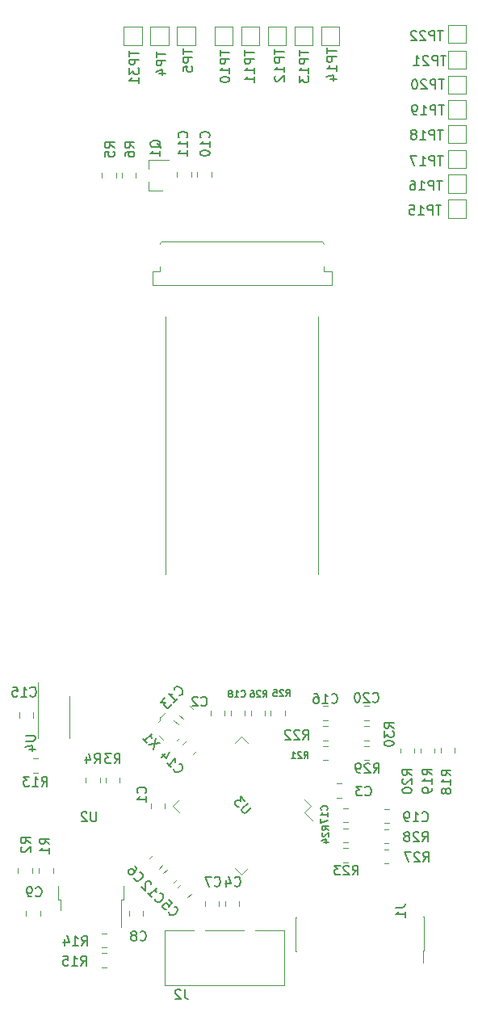
<source format=gbo>
G04 #@! TF.GenerationSoftware,KiCad,Pcbnew,(5.1.12)-1*
G04 #@! TF.CreationDate,2022-09-28T12:59:49-05:00*
G04 #@! TF.ProjectId,Controller_Borad,436f6e74-726f-46c6-9c65-725f426f7261,rev?*
G04 #@! TF.SameCoordinates,Original*
G04 #@! TF.FileFunction,Legend,Bot*
G04 #@! TF.FilePolarity,Positive*
%FSLAX46Y46*%
G04 Gerber Fmt 4.6, Leading zero omitted, Abs format (unit mm)*
G04 Created by KiCad (PCBNEW (5.1.12)-1) date 2022-09-28 12:59:49*
%MOMM*%
%LPD*%
G01*
G04 APERTURE LIST*
%ADD10C,0.120000*%
%ADD11C,0.150000*%
%ADD12O,30.000000X10.000000*%
%ADD13R,2.500000X2.000000*%
%ADD14R,0.300000X1.900000*%
%ADD15C,2.200000*%
%ADD16R,1.500000X1.500000*%
%ADD17R,0.900000X0.800000*%
%ADD18R,0.740000X2.400000*%
%ADD19R,5.800000X6.400000*%
%ADD20R,1.200000X2.200000*%
%ADD21C,1.700000*%
G04 APERTURE END LIST*
D10*
X248350000Y-59550000D02*
X231750000Y-59550000D01*
X248650000Y-62150000D02*
X248650000Y-62650000D01*
X248650000Y-62650000D02*
X249450000Y-62650000D01*
X249450000Y-62650000D02*
X249450000Y-64150000D01*
X231450000Y-62150000D02*
X231450000Y-62650000D01*
X231450000Y-62650000D02*
X230650000Y-62650000D01*
X230650000Y-62650000D02*
X230650000Y-64150000D01*
X230650000Y-64150000D02*
X249450000Y-64150000D01*
X232000000Y-67400000D02*
X232000000Y-94400000D01*
X248000000Y-67400000D02*
X248000000Y-94400000D01*
X248650000Y-59850000D02*
G75*
G03*
X248350000Y-59550000I-300000J0D01*
G01*
X231750000Y-59550000D02*
G75*
G03*
X231450000Y-59850000I0J-300000D01*
G01*
X233845543Y-112265010D02*
X234215010Y-111895543D01*
X234884990Y-113304457D02*
X235254457Y-112934990D01*
X234534990Y-108195543D02*
X234904457Y-108565010D01*
X233495543Y-109234990D02*
X233865010Y-109604457D01*
X231507035Y-109394939D02*
X231994939Y-108907035D01*
X233352584Y-110208112D02*
X232900035Y-109755563D01*
X231782807Y-111777889D02*
X231330258Y-111325340D01*
X231492893Y-109691924D02*
X231259548Y-109925269D01*
X233423294Y-111608183D02*
X233182878Y-111848599D01*
X231507034Y-109394939D02*
G75*
G03*
X231492893Y-109691924I289915J-162634D01*
G01*
X218690000Y-109400000D02*
X218690000Y-105800000D01*
X218690000Y-109400000D02*
X218690000Y-111600000D01*
X221910000Y-109400000D02*
X221910000Y-107200000D01*
X221910000Y-109400000D02*
X221910000Y-111600000D01*
X246554880Y-119371751D02*
X247467048Y-120283919D01*
X247226631Y-118700000D02*
X246554880Y-119371751D01*
X246554880Y-118028249D02*
X247226631Y-118700000D01*
X240000000Y-111473369D02*
X239328249Y-112145120D01*
X240671751Y-112145120D02*
X240000000Y-111473369D01*
X240000000Y-125926631D02*
X240671751Y-125254880D01*
X239328249Y-125254880D02*
X240000000Y-125926631D01*
X232773369Y-118700000D02*
X233445120Y-118028249D01*
X233445120Y-119371751D02*
X232773369Y-118700000D01*
X227650000Y-38950000D02*
X229550000Y-38950000D01*
X229550000Y-38950000D02*
X229550000Y-37050000D01*
X229550000Y-37050000D02*
X227650000Y-37050000D01*
X227650000Y-37050000D02*
X227650000Y-38950000D01*
X261650000Y-38750000D02*
X263550000Y-38750000D01*
X263550000Y-38750000D02*
X263550000Y-36850000D01*
X263550000Y-36850000D02*
X261650000Y-36850000D01*
X261650000Y-36850000D02*
X261650000Y-38750000D01*
X263550000Y-41450000D02*
X263550000Y-39550000D01*
X263550000Y-39550000D02*
X261650000Y-39550000D01*
X261650000Y-39550000D02*
X261650000Y-41450000D01*
X261650000Y-41450000D02*
X263550000Y-41450000D01*
X263550000Y-44050000D02*
X263550000Y-42150000D01*
X263550000Y-42150000D02*
X261650000Y-42150000D01*
X261650000Y-42150000D02*
X261650000Y-44050000D01*
X261650000Y-44050000D02*
X263550000Y-44050000D01*
X263550000Y-44750000D02*
X261650000Y-44750000D01*
X261650000Y-44750000D02*
X261650000Y-46650000D01*
X261650000Y-46650000D02*
X263550000Y-46650000D01*
X263550000Y-46650000D02*
X263550000Y-44750000D01*
X261650000Y-47350000D02*
X261650000Y-49250000D01*
X261650000Y-49250000D02*
X263550000Y-49250000D01*
X263550000Y-49250000D02*
X263550000Y-47350000D01*
X263550000Y-47350000D02*
X261650000Y-47350000D01*
X261650000Y-49950000D02*
X261650000Y-51850000D01*
X261650000Y-51850000D02*
X263550000Y-51850000D01*
X263550000Y-51850000D02*
X263550000Y-49950000D01*
X263550000Y-49950000D02*
X261650000Y-49950000D01*
X261650000Y-52550000D02*
X261650000Y-54450000D01*
X261650000Y-54450000D02*
X263550000Y-54450000D01*
X263550000Y-54450000D02*
X263550000Y-52550000D01*
X263550000Y-52550000D02*
X261650000Y-52550000D01*
X261650000Y-55150000D02*
X261650000Y-57050000D01*
X261650000Y-57050000D02*
X263550000Y-57050000D01*
X263550000Y-57050000D02*
X263550000Y-55150000D01*
X263550000Y-55150000D02*
X261650000Y-55150000D01*
X248350000Y-38950000D02*
X250250000Y-38950000D01*
X250250000Y-38950000D02*
X250250000Y-37050000D01*
X250250000Y-37050000D02*
X248350000Y-37050000D01*
X248350000Y-37050000D02*
X248350000Y-38950000D01*
X245550000Y-38950000D02*
X247450000Y-38950000D01*
X247450000Y-38950000D02*
X247450000Y-37050000D01*
X247450000Y-37050000D02*
X245550000Y-37050000D01*
X245550000Y-37050000D02*
X245550000Y-38950000D01*
X242750000Y-37050000D02*
X242750000Y-38950000D01*
X242750000Y-38950000D02*
X244650000Y-38950000D01*
X244650000Y-38950000D02*
X244650000Y-37050000D01*
X244650000Y-37050000D02*
X242750000Y-37050000D01*
X239950000Y-37050000D02*
X239950000Y-38950000D01*
X239950000Y-38950000D02*
X241850000Y-38950000D01*
X241850000Y-38950000D02*
X241850000Y-37050000D01*
X241850000Y-37050000D02*
X239950000Y-37050000D01*
X239050000Y-37050000D02*
X237150000Y-37050000D01*
X237150000Y-37050000D02*
X237150000Y-38950000D01*
X237150000Y-38950000D02*
X239050000Y-38950000D01*
X239050000Y-38950000D02*
X239050000Y-37050000D01*
X235150000Y-37050000D02*
X233250000Y-37050000D01*
X233250000Y-37050000D02*
X233250000Y-38950000D01*
X233250000Y-38950000D02*
X235150000Y-38950000D01*
X235150000Y-38950000D02*
X235150000Y-37050000D01*
X232350000Y-37050000D02*
X230450000Y-37050000D01*
X230450000Y-37050000D02*
X230450000Y-38950000D01*
X230450000Y-38950000D02*
X232350000Y-38950000D01*
X232350000Y-38950000D02*
X232350000Y-37050000D01*
X252872936Y-111835000D02*
X253327064Y-111835000D01*
X252872936Y-110365000D02*
X253327064Y-110365000D01*
X253327064Y-112465000D02*
X252872936Y-112465000D01*
X253327064Y-113935000D02*
X252872936Y-113935000D01*
X254972936Y-122635000D02*
X255427064Y-122635000D01*
X254972936Y-121165000D02*
X255427064Y-121165000D01*
X255427064Y-123265000D02*
X254972936Y-123265000D01*
X255427064Y-124735000D02*
X254972936Y-124735000D01*
X242435000Y-109227064D02*
X242435000Y-108772936D01*
X240965000Y-109227064D02*
X240965000Y-108772936D01*
X243065000Y-108772936D02*
X243065000Y-109227064D01*
X244535000Y-108772936D02*
X244535000Y-109227064D01*
X250672936Y-122535000D02*
X251127064Y-122535000D01*
X250672936Y-121065000D02*
X251127064Y-121065000D01*
X251127064Y-123165000D02*
X250672936Y-123165000D01*
X251127064Y-124635000D02*
X250672936Y-124635000D01*
X248572936Y-111835000D02*
X249027064Y-111835000D01*
X248572936Y-110365000D02*
X249027064Y-110365000D01*
X249027064Y-112465000D02*
X248572936Y-112465000D01*
X249027064Y-113935000D02*
X248572936Y-113935000D01*
X256665000Y-112685436D02*
X256665000Y-113139564D01*
X258135000Y-112685436D02*
X258135000Y-113139564D01*
X258765000Y-112672936D02*
X258765000Y-113127064D01*
X260235000Y-112672936D02*
X260235000Y-113127064D01*
X260865000Y-112660436D02*
X260865000Y-113114564D01*
X262335000Y-112660436D02*
X262335000Y-113114564D01*
X225827064Y-134165000D02*
X225372936Y-134165000D01*
X225827064Y-135635000D02*
X225372936Y-135635000D01*
X225372936Y-133535000D02*
X225827064Y-133535000D01*
X225372936Y-132065000D02*
X225827064Y-132065000D01*
X218614564Y-113765000D02*
X218160436Y-113765000D01*
X218614564Y-115235000D02*
X218160436Y-115235000D01*
X227465000Y-52372936D02*
X227465000Y-52827064D01*
X228935000Y-52372936D02*
X228935000Y-52827064D01*
X225365000Y-52385436D02*
X225365000Y-52839564D01*
X226835000Y-52385436D02*
X226835000Y-52839564D01*
X223665000Y-115772936D02*
X223665000Y-116227064D01*
X225135000Y-115772936D02*
X225135000Y-116227064D01*
X225765000Y-115772936D02*
X225765000Y-116227064D01*
X227235000Y-115772936D02*
X227235000Y-116227064D01*
X252838748Y-109735000D02*
X253361252Y-109735000D01*
X252838748Y-108265000D02*
X253361252Y-108265000D01*
X254938748Y-120535000D02*
X255461252Y-120535000D01*
X254938748Y-119065000D02*
X255461252Y-119065000D01*
X240335000Y-109261252D02*
X240335000Y-108738748D01*
X238865000Y-109261252D02*
X238865000Y-108738748D01*
X250638748Y-120435000D02*
X251161252Y-120435000D01*
X250638748Y-118965000D02*
X251161252Y-118965000D01*
X248538748Y-109735000D02*
X249061252Y-109735000D01*
X248538748Y-108265000D02*
X249061252Y-108265000D01*
X218135000Y-109461252D02*
X218135000Y-108938748D01*
X216665000Y-109461252D02*
X216665000Y-108938748D01*
X230240000Y-54180000D02*
X230240000Y-53250000D01*
X230240000Y-51020000D02*
X230240000Y-51950000D01*
X230240000Y-51020000D02*
X232400000Y-51020000D01*
X230240000Y-54180000D02*
X231700000Y-54180000D01*
X232165010Y-125395543D02*
X231795543Y-125765010D01*
X233204457Y-126434990D02*
X232834990Y-126804457D01*
X234700000Y-52761252D02*
X234700000Y-52238748D01*
X233230000Y-52761252D02*
X233230000Y-52238748D01*
X236835000Y-52761252D02*
X236835000Y-52238748D01*
X235365000Y-52761252D02*
X235365000Y-52238748D01*
X245730000Y-130435000D02*
X245665000Y-130435000D01*
X245730000Y-133965000D02*
X245665000Y-133965000D01*
X259135000Y-130335000D02*
X259070000Y-130335000D01*
X259135000Y-133865000D02*
X259070000Y-133865000D01*
X259070000Y-135190000D02*
X259070000Y-133865000D01*
X245665000Y-133965000D02*
X245665000Y-130435000D01*
X259135000Y-133865000D02*
X259135000Y-130335000D01*
X221020000Y-128570000D02*
X221020000Y-129670000D01*
X220750000Y-128570000D02*
X221020000Y-128570000D01*
X220750000Y-127070000D02*
X220750000Y-128570000D01*
X227380000Y-128570000D02*
X227380000Y-131400000D01*
X227650000Y-128570000D02*
X227380000Y-128570000D01*
X227650000Y-127070000D02*
X227650000Y-128570000D01*
X218035000Y-125272936D02*
X218035000Y-125727064D01*
X216565000Y-125272936D02*
X216565000Y-125727064D01*
X220235000Y-125272936D02*
X220235000Y-125727064D01*
X218765000Y-125272936D02*
X218765000Y-125727064D01*
X231950000Y-131800000D02*
X234950000Y-131800000D01*
X244450000Y-131800000D02*
X241450000Y-131800000D01*
X236200000Y-131800000D02*
X240200000Y-131800000D01*
X231950000Y-131800000D02*
X231950000Y-137550000D01*
X231950000Y-137550000D02*
X244450000Y-137550000D01*
X244450000Y-137550000D02*
X244450000Y-131800000D01*
X218885000Y-129713748D02*
X218885000Y-130236252D01*
X217415000Y-129713748D02*
X217415000Y-130236252D01*
X228215000Y-130236252D02*
X228215000Y-129713748D01*
X229685000Y-130236252D02*
X229685000Y-129713748D01*
X237635000Y-128738748D02*
X237635000Y-129261252D01*
X236165000Y-128738748D02*
X236165000Y-129261252D01*
X231704457Y-124934990D02*
X231334990Y-125304457D01*
X230665010Y-123895543D02*
X230295543Y-124265010D01*
X234704457Y-127934990D02*
X234334990Y-128304457D01*
X233665010Y-126895543D02*
X233295543Y-127265010D01*
X239735000Y-128738748D02*
X239735000Y-129261252D01*
X238265000Y-128738748D02*
X238265000Y-129261252D01*
X249938748Y-116365000D02*
X250461252Y-116365000D01*
X249938748Y-117835000D02*
X250461252Y-117835000D01*
X236765000Y-109261252D02*
X236765000Y-108738748D01*
X238235000Y-109261252D02*
X238235000Y-108738748D01*
X230465000Y-118961252D02*
X230465000Y-118438748D01*
X231935000Y-118961252D02*
X231935000Y-118438748D01*
D11*
X232913552Y-114862741D02*
X232913552Y-114930085D01*
X232980896Y-115064772D01*
X233048239Y-115132115D01*
X233182926Y-115199459D01*
X233317613Y-115199459D01*
X233418628Y-115165787D01*
X233586987Y-115064772D01*
X233688002Y-114963757D01*
X233789018Y-114795398D01*
X233822689Y-114694383D01*
X233822689Y-114559696D01*
X233755346Y-114425009D01*
X233688002Y-114357665D01*
X233553315Y-114290322D01*
X233485972Y-114290322D01*
X232172773Y-114256650D02*
X232576834Y-114660711D01*
X232374804Y-114458680D02*
X233081911Y-113751573D01*
X233048239Y-113919932D01*
X233048239Y-114054619D01*
X233081911Y-114155634D01*
X232038086Y-113179154D02*
X231566682Y-113650558D01*
X232475819Y-113078138D02*
X232139102Y-113751573D01*
X231701369Y-113313841D01*
X233492892Y-107142334D02*
X233560236Y-107142334D01*
X233694923Y-107074990D01*
X233762266Y-107007647D01*
X233829610Y-106872960D01*
X233829610Y-106738273D01*
X233795938Y-106637258D01*
X233694923Y-106468899D01*
X233593908Y-106367884D01*
X233425549Y-106266868D01*
X233324534Y-106233197D01*
X233189847Y-106233197D01*
X233055160Y-106300540D01*
X232987816Y-106367884D01*
X232920473Y-106502571D01*
X232920473Y-106569914D01*
X232886801Y-107883113D02*
X233290862Y-107479052D01*
X233088831Y-107681082D02*
X232381724Y-106973975D01*
X232550083Y-107007647D01*
X232684770Y-107007647D01*
X232785786Y-106973975D01*
X231943992Y-107411708D02*
X231506259Y-107849441D01*
X232011335Y-107883113D01*
X231910320Y-107984128D01*
X231876648Y-108085143D01*
X231876648Y-108152487D01*
X231910320Y-108253502D01*
X232078679Y-108421861D01*
X232179694Y-108455532D01*
X232247037Y-108455532D01*
X232348053Y-108421861D01*
X232550083Y-108219830D01*
X232583755Y-108118815D01*
X232583755Y-108051471D01*
X231459644Y-112085194D02*
X230281133Y-112320896D01*
X230988240Y-111613790D02*
X230752538Y-112792301D01*
X229641370Y-111681133D02*
X230045431Y-112085194D01*
X229843400Y-111883164D02*
X230550507Y-111176057D01*
X230516835Y-111344416D01*
X230516835Y-111479103D01*
X230550507Y-111580118D01*
X217352380Y-111338095D02*
X218161904Y-111338095D01*
X218257142Y-111385714D01*
X218304761Y-111433333D01*
X218352380Y-111528571D01*
X218352380Y-111719047D01*
X218304761Y-111814285D01*
X218257142Y-111861904D01*
X218161904Y-111909523D01*
X217352380Y-111909523D01*
X217685714Y-112814285D02*
X218352380Y-112814285D01*
X217304761Y-112576190D02*
X218019047Y-112338095D01*
X218019047Y-112957142D01*
X241025973Y-118851522D02*
X240453553Y-119423942D01*
X240352538Y-119457614D01*
X240285194Y-119457614D01*
X240184179Y-119423942D01*
X240049492Y-119289255D01*
X240015820Y-119188240D01*
X240015820Y-119120896D01*
X240049492Y-119019881D01*
X240621912Y-118447461D01*
X240352538Y-118178087D02*
X239914805Y-117740355D01*
X239881133Y-118245431D01*
X239780118Y-118144416D01*
X239679103Y-118110744D01*
X239611759Y-118110744D01*
X239510744Y-118144416D01*
X239342385Y-118312774D01*
X239308713Y-118413790D01*
X239308713Y-118481133D01*
X239342385Y-118582148D01*
X239544416Y-118784179D01*
X239645431Y-118817851D01*
X239712774Y-118817851D01*
X228252380Y-39561904D02*
X228252380Y-40133333D01*
X229252380Y-39847619D02*
X228252380Y-39847619D01*
X229252380Y-40466666D02*
X228252380Y-40466666D01*
X228252380Y-40847619D01*
X228300000Y-40942857D01*
X228347619Y-40990476D01*
X228442857Y-41038095D01*
X228585714Y-41038095D01*
X228680952Y-40990476D01*
X228728571Y-40942857D01*
X228776190Y-40847619D01*
X228776190Y-40466666D01*
X228252380Y-41371428D02*
X228252380Y-41990476D01*
X228633333Y-41657142D01*
X228633333Y-41800000D01*
X228680952Y-41895238D01*
X228728571Y-41942857D01*
X228823809Y-41990476D01*
X229061904Y-41990476D01*
X229157142Y-41942857D01*
X229204761Y-41895238D01*
X229252380Y-41800000D01*
X229252380Y-41514285D01*
X229204761Y-41419047D01*
X229157142Y-41371428D01*
X229252380Y-42942857D02*
X229252380Y-42371428D01*
X229252380Y-42657142D02*
X228252380Y-42657142D01*
X228395238Y-42561904D01*
X228490476Y-42466666D01*
X228538095Y-42371428D01*
X261138095Y-37452380D02*
X260566666Y-37452380D01*
X260852380Y-38452380D02*
X260852380Y-37452380D01*
X260233333Y-38452380D02*
X260233333Y-37452380D01*
X259852380Y-37452380D01*
X259757142Y-37500000D01*
X259709523Y-37547619D01*
X259661904Y-37642857D01*
X259661904Y-37785714D01*
X259709523Y-37880952D01*
X259757142Y-37928571D01*
X259852380Y-37976190D01*
X260233333Y-37976190D01*
X259280952Y-37547619D02*
X259233333Y-37500000D01*
X259138095Y-37452380D01*
X258900000Y-37452380D01*
X258804761Y-37500000D01*
X258757142Y-37547619D01*
X258709523Y-37642857D01*
X258709523Y-37738095D01*
X258757142Y-37880952D01*
X259328571Y-38452380D01*
X258709523Y-38452380D01*
X258328571Y-37547619D02*
X258280952Y-37500000D01*
X258185714Y-37452380D01*
X257947619Y-37452380D01*
X257852380Y-37500000D01*
X257804761Y-37547619D01*
X257757142Y-37642857D01*
X257757142Y-37738095D01*
X257804761Y-37880952D01*
X258376190Y-38452380D01*
X257757142Y-38452380D01*
X261438095Y-40052380D02*
X260866666Y-40052380D01*
X261152380Y-41052380D02*
X261152380Y-40052380D01*
X260533333Y-41052380D02*
X260533333Y-40052380D01*
X260152380Y-40052380D01*
X260057142Y-40100000D01*
X260009523Y-40147619D01*
X259961904Y-40242857D01*
X259961904Y-40385714D01*
X260009523Y-40480952D01*
X260057142Y-40528571D01*
X260152380Y-40576190D01*
X260533333Y-40576190D01*
X259580952Y-40147619D02*
X259533333Y-40100000D01*
X259438095Y-40052380D01*
X259200000Y-40052380D01*
X259104761Y-40100000D01*
X259057142Y-40147619D01*
X259009523Y-40242857D01*
X259009523Y-40338095D01*
X259057142Y-40480952D01*
X259628571Y-41052380D01*
X259009523Y-41052380D01*
X258057142Y-41052380D02*
X258628571Y-41052380D01*
X258342857Y-41052380D02*
X258342857Y-40052380D01*
X258438095Y-40195238D01*
X258533333Y-40290476D01*
X258628571Y-40338095D01*
X261238095Y-42552380D02*
X260666666Y-42552380D01*
X260952380Y-43552380D02*
X260952380Y-42552380D01*
X260333333Y-43552380D02*
X260333333Y-42552380D01*
X259952380Y-42552380D01*
X259857142Y-42600000D01*
X259809523Y-42647619D01*
X259761904Y-42742857D01*
X259761904Y-42885714D01*
X259809523Y-42980952D01*
X259857142Y-43028571D01*
X259952380Y-43076190D01*
X260333333Y-43076190D01*
X259380952Y-42647619D02*
X259333333Y-42600000D01*
X259238095Y-42552380D01*
X259000000Y-42552380D01*
X258904761Y-42600000D01*
X258857142Y-42647619D01*
X258809523Y-42742857D01*
X258809523Y-42838095D01*
X258857142Y-42980952D01*
X259428571Y-43552380D01*
X258809523Y-43552380D01*
X258190476Y-42552380D02*
X258095238Y-42552380D01*
X258000000Y-42600000D01*
X257952380Y-42647619D01*
X257904761Y-42742857D01*
X257857142Y-42933333D01*
X257857142Y-43171428D01*
X257904761Y-43361904D01*
X257952380Y-43457142D01*
X258000000Y-43504761D01*
X258095238Y-43552380D01*
X258190476Y-43552380D01*
X258285714Y-43504761D01*
X258333333Y-43457142D01*
X258380952Y-43361904D01*
X258428571Y-43171428D01*
X258428571Y-42933333D01*
X258380952Y-42742857D01*
X258333333Y-42647619D01*
X258285714Y-42600000D01*
X258190476Y-42552380D01*
X261238095Y-45252380D02*
X260666666Y-45252380D01*
X260952380Y-46252380D02*
X260952380Y-45252380D01*
X260333333Y-46252380D02*
X260333333Y-45252380D01*
X259952380Y-45252380D01*
X259857142Y-45300000D01*
X259809523Y-45347619D01*
X259761904Y-45442857D01*
X259761904Y-45585714D01*
X259809523Y-45680952D01*
X259857142Y-45728571D01*
X259952380Y-45776190D01*
X260333333Y-45776190D01*
X258809523Y-46252380D02*
X259380952Y-46252380D01*
X259095238Y-46252380D02*
X259095238Y-45252380D01*
X259190476Y-45395238D01*
X259285714Y-45490476D01*
X259380952Y-45538095D01*
X258333333Y-46252380D02*
X258142857Y-46252380D01*
X258047619Y-46204761D01*
X258000000Y-46157142D01*
X257904761Y-46014285D01*
X257857142Y-45823809D01*
X257857142Y-45442857D01*
X257904761Y-45347619D01*
X257952380Y-45300000D01*
X258047619Y-45252380D01*
X258238095Y-45252380D01*
X258333333Y-45300000D01*
X258380952Y-45347619D01*
X258428571Y-45442857D01*
X258428571Y-45680952D01*
X258380952Y-45776190D01*
X258333333Y-45823809D01*
X258238095Y-45871428D01*
X258047619Y-45871428D01*
X257952380Y-45823809D01*
X257904761Y-45776190D01*
X257857142Y-45680952D01*
X261138095Y-47852380D02*
X260566666Y-47852380D01*
X260852380Y-48852380D02*
X260852380Y-47852380D01*
X260233333Y-48852380D02*
X260233333Y-47852380D01*
X259852380Y-47852380D01*
X259757142Y-47900000D01*
X259709523Y-47947619D01*
X259661904Y-48042857D01*
X259661904Y-48185714D01*
X259709523Y-48280952D01*
X259757142Y-48328571D01*
X259852380Y-48376190D01*
X260233333Y-48376190D01*
X258709523Y-48852380D02*
X259280952Y-48852380D01*
X258995238Y-48852380D02*
X258995238Y-47852380D01*
X259090476Y-47995238D01*
X259185714Y-48090476D01*
X259280952Y-48138095D01*
X258138095Y-48280952D02*
X258233333Y-48233333D01*
X258280952Y-48185714D01*
X258328571Y-48090476D01*
X258328571Y-48042857D01*
X258280952Y-47947619D01*
X258233333Y-47900000D01*
X258138095Y-47852380D01*
X257947619Y-47852380D01*
X257852380Y-47900000D01*
X257804761Y-47947619D01*
X257757142Y-48042857D01*
X257757142Y-48090476D01*
X257804761Y-48185714D01*
X257852380Y-48233333D01*
X257947619Y-48280952D01*
X258138095Y-48280952D01*
X258233333Y-48328571D01*
X258280952Y-48376190D01*
X258328571Y-48471428D01*
X258328571Y-48661904D01*
X258280952Y-48757142D01*
X258233333Y-48804761D01*
X258138095Y-48852380D01*
X257947619Y-48852380D01*
X257852380Y-48804761D01*
X257804761Y-48757142D01*
X257757142Y-48661904D01*
X257757142Y-48471428D01*
X257804761Y-48376190D01*
X257852380Y-48328571D01*
X257947619Y-48280952D01*
X261138095Y-50552380D02*
X260566666Y-50552380D01*
X260852380Y-51552380D02*
X260852380Y-50552380D01*
X260233333Y-51552380D02*
X260233333Y-50552380D01*
X259852380Y-50552380D01*
X259757142Y-50600000D01*
X259709523Y-50647619D01*
X259661904Y-50742857D01*
X259661904Y-50885714D01*
X259709523Y-50980952D01*
X259757142Y-51028571D01*
X259852380Y-51076190D01*
X260233333Y-51076190D01*
X258709523Y-51552380D02*
X259280952Y-51552380D01*
X258995238Y-51552380D02*
X258995238Y-50552380D01*
X259090476Y-50695238D01*
X259185714Y-50790476D01*
X259280952Y-50838095D01*
X258376190Y-50552380D02*
X257709523Y-50552380D01*
X258138095Y-51552380D01*
X261038095Y-53152380D02*
X260466666Y-53152380D01*
X260752380Y-54152380D02*
X260752380Y-53152380D01*
X260133333Y-54152380D02*
X260133333Y-53152380D01*
X259752380Y-53152380D01*
X259657142Y-53200000D01*
X259609523Y-53247619D01*
X259561904Y-53342857D01*
X259561904Y-53485714D01*
X259609523Y-53580952D01*
X259657142Y-53628571D01*
X259752380Y-53676190D01*
X260133333Y-53676190D01*
X258609523Y-54152380D02*
X259180952Y-54152380D01*
X258895238Y-54152380D02*
X258895238Y-53152380D01*
X258990476Y-53295238D01*
X259085714Y-53390476D01*
X259180952Y-53438095D01*
X257752380Y-53152380D02*
X257942857Y-53152380D01*
X258038095Y-53200000D01*
X258085714Y-53247619D01*
X258180952Y-53390476D01*
X258228571Y-53580952D01*
X258228571Y-53961904D01*
X258180952Y-54057142D01*
X258133333Y-54104761D01*
X258038095Y-54152380D01*
X257847619Y-54152380D01*
X257752380Y-54104761D01*
X257704761Y-54057142D01*
X257657142Y-53961904D01*
X257657142Y-53723809D01*
X257704761Y-53628571D01*
X257752380Y-53580952D01*
X257847619Y-53533333D01*
X258038095Y-53533333D01*
X258133333Y-53580952D01*
X258180952Y-53628571D01*
X258228571Y-53723809D01*
X260938095Y-55752380D02*
X260366666Y-55752380D01*
X260652380Y-56752380D02*
X260652380Y-55752380D01*
X260033333Y-56752380D02*
X260033333Y-55752380D01*
X259652380Y-55752380D01*
X259557142Y-55800000D01*
X259509523Y-55847619D01*
X259461904Y-55942857D01*
X259461904Y-56085714D01*
X259509523Y-56180952D01*
X259557142Y-56228571D01*
X259652380Y-56276190D01*
X260033333Y-56276190D01*
X258509523Y-56752380D02*
X259080952Y-56752380D01*
X258795238Y-56752380D02*
X258795238Y-55752380D01*
X258890476Y-55895238D01*
X258985714Y-55990476D01*
X259080952Y-56038095D01*
X257604761Y-55752380D02*
X258080952Y-55752380D01*
X258128571Y-56228571D01*
X258080952Y-56180952D01*
X257985714Y-56133333D01*
X257747619Y-56133333D01*
X257652380Y-56180952D01*
X257604761Y-56228571D01*
X257557142Y-56323809D01*
X257557142Y-56561904D01*
X257604761Y-56657142D01*
X257652380Y-56704761D01*
X257747619Y-56752380D01*
X257985714Y-56752380D01*
X258080952Y-56704761D01*
X258128571Y-56657142D01*
X248952380Y-39261904D02*
X248952380Y-39833333D01*
X249952380Y-39547619D02*
X248952380Y-39547619D01*
X249952380Y-40166666D02*
X248952380Y-40166666D01*
X248952380Y-40547619D01*
X249000000Y-40642857D01*
X249047619Y-40690476D01*
X249142857Y-40738095D01*
X249285714Y-40738095D01*
X249380952Y-40690476D01*
X249428571Y-40642857D01*
X249476190Y-40547619D01*
X249476190Y-40166666D01*
X249952380Y-41690476D02*
X249952380Y-41119047D01*
X249952380Y-41404761D02*
X248952380Y-41404761D01*
X249095238Y-41309523D01*
X249190476Y-41214285D01*
X249238095Y-41119047D01*
X249285714Y-42547619D02*
X249952380Y-42547619D01*
X248904761Y-42309523D02*
X249619047Y-42071428D01*
X249619047Y-42690476D01*
X246052380Y-39461904D02*
X246052380Y-40033333D01*
X247052380Y-39747619D02*
X246052380Y-39747619D01*
X247052380Y-40366666D02*
X246052380Y-40366666D01*
X246052380Y-40747619D01*
X246100000Y-40842857D01*
X246147619Y-40890476D01*
X246242857Y-40938095D01*
X246385714Y-40938095D01*
X246480952Y-40890476D01*
X246528571Y-40842857D01*
X246576190Y-40747619D01*
X246576190Y-40366666D01*
X247052380Y-41890476D02*
X247052380Y-41319047D01*
X247052380Y-41604761D02*
X246052380Y-41604761D01*
X246195238Y-41509523D01*
X246290476Y-41414285D01*
X246338095Y-41319047D01*
X246052380Y-42223809D02*
X246052380Y-42842857D01*
X246433333Y-42509523D01*
X246433333Y-42652380D01*
X246480952Y-42747619D01*
X246528571Y-42795238D01*
X246623809Y-42842857D01*
X246861904Y-42842857D01*
X246957142Y-42795238D01*
X247004761Y-42747619D01*
X247052380Y-42652380D01*
X247052380Y-42366666D01*
X247004761Y-42271428D01*
X246957142Y-42223809D01*
X243452380Y-39361904D02*
X243452380Y-39933333D01*
X244452380Y-39647619D02*
X243452380Y-39647619D01*
X244452380Y-40266666D02*
X243452380Y-40266666D01*
X243452380Y-40647619D01*
X243500000Y-40742857D01*
X243547619Y-40790476D01*
X243642857Y-40838095D01*
X243785714Y-40838095D01*
X243880952Y-40790476D01*
X243928571Y-40742857D01*
X243976190Y-40647619D01*
X243976190Y-40266666D01*
X244452380Y-41790476D02*
X244452380Y-41219047D01*
X244452380Y-41504761D02*
X243452380Y-41504761D01*
X243595238Y-41409523D01*
X243690476Y-41314285D01*
X243738095Y-41219047D01*
X243547619Y-42171428D02*
X243500000Y-42219047D01*
X243452380Y-42314285D01*
X243452380Y-42552380D01*
X243500000Y-42647619D01*
X243547619Y-42695238D01*
X243642857Y-42742857D01*
X243738095Y-42742857D01*
X243880952Y-42695238D01*
X244452380Y-42123809D01*
X244452380Y-42742857D01*
X240352380Y-39461904D02*
X240352380Y-40033333D01*
X241352380Y-39747619D02*
X240352380Y-39747619D01*
X241352380Y-40366666D02*
X240352380Y-40366666D01*
X240352380Y-40747619D01*
X240400000Y-40842857D01*
X240447619Y-40890476D01*
X240542857Y-40938095D01*
X240685714Y-40938095D01*
X240780952Y-40890476D01*
X240828571Y-40842857D01*
X240876190Y-40747619D01*
X240876190Y-40366666D01*
X241352380Y-41890476D02*
X241352380Y-41319047D01*
X241352380Y-41604761D02*
X240352380Y-41604761D01*
X240495238Y-41509523D01*
X240590476Y-41414285D01*
X240638095Y-41319047D01*
X241352380Y-42842857D02*
X241352380Y-42271428D01*
X241352380Y-42557142D02*
X240352380Y-42557142D01*
X240495238Y-42461904D01*
X240590476Y-42366666D01*
X240638095Y-42271428D01*
X237752380Y-39461904D02*
X237752380Y-40033333D01*
X238752380Y-39747619D02*
X237752380Y-39747619D01*
X238752380Y-40366666D02*
X237752380Y-40366666D01*
X237752380Y-40747619D01*
X237800000Y-40842857D01*
X237847619Y-40890476D01*
X237942857Y-40938095D01*
X238085714Y-40938095D01*
X238180952Y-40890476D01*
X238228571Y-40842857D01*
X238276190Y-40747619D01*
X238276190Y-40366666D01*
X238752380Y-41890476D02*
X238752380Y-41319047D01*
X238752380Y-41604761D02*
X237752380Y-41604761D01*
X237895238Y-41509523D01*
X237990476Y-41414285D01*
X238038095Y-41319047D01*
X237752380Y-42509523D02*
X237752380Y-42604761D01*
X237800000Y-42700000D01*
X237847619Y-42747619D01*
X237942857Y-42795238D01*
X238133333Y-42842857D01*
X238371428Y-42842857D01*
X238561904Y-42795238D01*
X238657142Y-42747619D01*
X238704761Y-42700000D01*
X238752380Y-42604761D01*
X238752380Y-42509523D01*
X238704761Y-42414285D01*
X238657142Y-42366666D01*
X238561904Y-42319047D01*
X238371428Y-42271428D01*
X238133333Y-42271428D01*
X237942857Y-42319047D01*
X237847619Y-42366666D01*
X237800000Y-42414285D01*
X237752380Y-42509523D01*
X233852380Y-39338095D02*
X233852380Y-39909523D01*
X234852380Y-39623809D02*
X233852380Y-39623809D01*
X234852380Y-40242857D02*
X233852380Y-40242857D01*
X233852380Y-40623809D01*
X233900000Y-40719047D01*
X233947619Y-40766666D01*
X234042857Y-40814285D01*
X234185714Y-40814285D01*
X234280952Y-40766666D01*
X234328571Y-40719047D01*
X234376190Y-40623809D01*
X234376190Y-40242857D01*
X233852380Y-41719047D02*
X233852380Y-41242857D01*
X234328571Y-41195238D01*
X234280952Y-41242857D01*
X234233333Y-41338095D01*
X234233333Y-41576190D01*
X234280952Y-41671428D01*
X234328571Y-41719047D01*
X234423809Y-41766666D01*
X234661904Y-41766666D01*
X234757142Y-41719047D01*
X234804761Y-41671428D01*
X234852380Y-41576190D01*
X234852380Y-41338095D01*
X234804761Y-41242857D01*
X234757142Y-41195238D01*
X231052380Y-39638095D02*
X231052380Y-40209523D01*
X232052380Y-39923809D02*
X231052380Y-39923809D01*
X232052380Y-40542857D02*
X231052380Y-40542857D01*
X231052380Y-40923809D01*
X231100000Y-41019047D01*
X231147619Y-41066666D01*
X231242857Y-41114285D01*
X231385714Y-41114285D01*
X231480952Y-41066666D01*
X231528571Y-41019047D01*
X231576190Y-40923809D01*
X231576190Y-40542857D01*
X231385714Y-41971428D02*
X232052380Y-41971428D01*
X231004761Y-41733333D02*
X231719047Y-41495238D01*
X231719047Y-42114285D01*
X255952380Y-110557142D02*
X255476190Y-110223809D01*
X255952380Y-109985714D02*
X254952380Y-109985714D01*
X254952380Y-110366666D01*
X255000000Y-110461904D01*
X255047619Y-110509523D01*
X255142857Y-110557142D01*
X255285714Y-110557142D01*
X255380952Y-110509523D01*
X255428571Y-110461904D01*
X255476190Y-110366666D01*
X255476190Y-109985714D01*
X254952380Y-110890476D02*
X254952380Y-111509523D01*
X255333333Y-111176190D01*
X255333333Y-111319047D01*
X255380952Y-111414285D01*
X255428571Y-111461904D01*
X255523809Y-111509523D01*
X255761904Y-111509523D01*
X255857142Y-111461904D01*
X255904761Y-111414285D01*
X255952380Y-111319047D01*
X255952380Y-111033333D01*
X255904761Y-110938095D01*
X255857142Y-110890476D01*
X254952380Y-112128571D02*
X254952380Y-112223809D01*
X255000000Y-112319047D01*
X255047619Y-112366666D01*
X255142857Y-112414285D01*
X255333333Y-112461904D01*
X255571428Y-112461904D01*
X255761904Y-112414285D01*
X255857142Y-112366666D01*
X255904761Y-112319047D01*
X255952380Y-112223809D01*
X255952380Y-112128571D01*
X255904761Y-112033333D01*
X255857142Y-111985714D01*
X255761904Y-111938095D01*
X255571428Y-111890476D01*
X255333333Y-111890476D01*
X255142857Y-111938095D01*
X255047619Y-111985714D01*
X255000000Y-112033333D01*
X254952380Y-112128571D01*
X253842857Y-115252380D02*
X254176190Y-114776190D01*
X254414285Y-115252380D02*
X254414285Y-114252380D01*
X254033333Y-114252380D01*
X253938095Y-114300000D01*
X253890476Y-114347619D01*
X253842857Y-114442857D01*
X253842857Y-114585714D01*
X253890476Y-114680952D01*
X253938095Y-114728571D01*
X254033333Y-114776190D01*
X254414285Y-114776190D01*
X253461904Y-114347619D02*
X253414285Y-114300000D01*
X253319047Y-114252380D01*
X253080952Y-114252380D01*
X252985714Y-114300000D01*
X252938095Y-114347619D01*
X252890476Y-114442857D01*
X252890476Y-114538095D01*
X252938095Y-114680952D01*
X253509523Y-115252380D01*
X252890476Y-115252380D01*
X252414285Y-115252380D02*
X252223809Y-115252380D01*
X252128571Y-115204761D01*
X252080952Y-115157142D01*
X251985714Y-115014285D01*
X251938095Y-114823809D01*
X251938095Y-114442857D01*
X251985714Y-114347619D01*
X252033333Y-114300000D01*
X252128571Y-114252380D01*
X252319047Y-114252380D01*
X252414285Y-114300000D01*
X252461904Y-114347619D01*
X252509523Y-114442857D01*
X252509523Y-114680952D01*
X252461904Y-114776190D01*
X252414285Y-114823809D01*
X252319047Y-114871428D01*
X252128571Y-114871428D01*
X252033333Y-114823809D01*
X251985714Y-114776190D01*
X251938095Y-114680952D01*
X258942857Y-122452380D02*
X259276190Y-121976190D01*
X259514285Y-122452380D02*
X259514285Y-121452380D01*
X259133333Y-121452380D01*
X259038095Y-121500000D01*
X258990476Y-121547619D01*
X258942857Y-121642857D01*
X258942857Y-121785714D01*
X258990476Y-121880952D01*
X259038095Y-121928571D01*
X259133333Y-121976190D01*
X259514285Y-121976190D01*
X258561904Y-121547619D02*
X258514285Y-121500000D01*
X258419047Y-121452380D01*
X258180952Y-121452380D01*
X258085714Y-121500000D01*
X258038095Y-121547619D01*
X257990476Y-121642857D01*
X257990476Y-121738095D01*
X258038095Y-121880952D01*
X258609523Y-122452380D01*
X257990476Y-122452380D01*
X257419047Y-121880952D02*
X257514285Y-121833333D01*
X257561904Y-121785714D01*
X257609523Y-121690476D01*
X257609523Y-121642857D01*
X257561904Y-121547619D01*
X257514285Y-121500000D01*
X257419047Y-121452380D01*
X257228571Y-121452380D01*
X257133333Y-121500000D01*
X257085714Y-121547619D01*
X257038095Y-121642857D01*
X257038095Y-121690476D01*
X257085714Y-121785714D01*
X257133333Y-121833333D01*
X257228571Y-121880952D01*
X257419047Y-121880952D01*
X257514285Y-121928571D01*
X257561904Y-121976190D01*
X257609523Y-122071428D01*
X257609523Y-122261904D01*
X257561904Y-122357142D01*
X257514285Y-122404761D01*
X257419047Y-122452380D01*
X257228571Y-122452380D01*
X257133333Y-122404761D01*
X257085714Y-122357142D01*
X257038095Y-122261904D01*
X257038095Y-122071428D01*
X257085714Y-121976190D01*
X257133333Y-121928571D01*
X257228571Y-121880952D01*
X259042857Y-124552380D02*
X259376190Y-124076190D01*
X259614285Y-124552380D02*
X259614285Y-123552380D01*
X259233333Y-123552380D01*
X259138095Y-123600000D01*
X259090476Y-123647619D01*
X259042857Y-123742857D01*
X259042857Y-123885714D01*
X259090476Y-123980952D01*
X259138095Y-124028571D01*
X259233333Y-124076190D01*
X259614285Y-124076190D01*
X258661904Y-123647619D02*
X258614285Y-123600000D01*
X258519047Y-123552380D01*
X258280952Y-123552380D01*
X258185714Y-123600000D01*
X258138095Y-123647619D01*
X258090476Y-123742857D01*
X258090476Y-123838095D01*
X258138095Y-123980952D01*
X258709523Y-124552380D01*
X258090476Y-124552380D01*
X257757142Y-123552380D02*
X257090476Y-123552380D01*
X257519047Y-124552380D01*
X242250000Y-107316666D02*
X242483333Y-106983333D01*
X242650000Y-107316666D02*
X242650000Y-106616666D01*
X242383333Y-106616666D01*
X242316666Y-106650000D01*
X242283333Y-106683333D01*
X242250000Y-106750000D01*
X242250000Y-106850000D01*
X242283333Y-106916666D01*
X242316666Y-106950000D01*
X242383333Y-106983333D01*
X242650000Y-106983333D01*
X241983333Y-106683333D02*
X241950000Y-106650000D01*
X241883333Y-106616666D01*
X241716666Y-106616666D01*
X241650000Y-106650000D01*
X241616666Y-106683333D01*
X241583333Y-106750000D01*
X241583333Y-106816666D01*
X241616666Y-106916666D01*
X242016666Y-107316666D01*
X241583333Y-107316666D01*
X240983333Y-106616666D02*
X241116666Y-106616666D01*
X241183333Y-106650000D01*
X241216666Y-106683333D01*
X241283333Y-106783333D01*
X241316666Y-106916666D01*
X241316666Y-107183333D01*
X241283333Y-107250000D01*
X241250000Y-107283333D01*
X241183333Y-107316666D01*
X241050000Y-107316666D01*
X240983333Y-107283333D01*
X240950000Y-107250000D01*
X240916666Y-107183333D01*
X240916666Y-107016666D01*
X240950000Y-106950000D01*
X240983333Y-106916666D01*
X241050000Y-106883333D01*
X241183333Y-106883333D01*
X241250000Y-106916666D01*
X241283333Y-106950000D01*
X241316666Y-107016666D01*
X244650000Y-107216666D02*
X244883333Y-106883333D01*
X245050000Y-107216666D02*
X245050000Y-106516666D01*
X244783333Y-106516666D01*
X244716666Y-106550000D01*
X244683333Y-106583333D01*
X244650000Y-106650000D01*
X244650000Y-106750000D01*
X244683333Y-106816666D01*
X244716666Y-106850000D01*
X244783333Y-106883333D01*
X245050000Y-106883333D01*
X244383333Y-106583333D02*
X244350000Y-106550000D01*
X244283333Y-106516666D01*
X244116666Y-106516666D01*
X244050000Y-106550000D01*
X244016666Y-106583333D01*
X243983333Y-106650000D01*
X243983333Y-106716666D01*
X244016666Y-106816666D01*
X244416666Y-107216666D01*
X243983333Y-107216666D01*
X243350000Y-106516666D02*
X243683333Y-106516666D01*
X243716666Y-106850000D01*
X243683333Y-106816666D01*
X243616666Y-106783333D01*
X243450000Y-106783333D01*
X243383333Y-106816666D01*
X243350000Y-106850000D01*
X243316666Y-106916666D01*
X243316666Y-107083333D01*
X243350000Y-107150000D01*
X243383333Y-107183333D01*
X243450000Y-107216666D01*
X243616666Y-107216666D01*
X243683333Y-107183333D01*
X243716666Y-107150000D01*
X249116666Y-121250000D02*
X248783333Y-121016666D01*
X249116666Y-120850000D02*
X248416666Y-120850000D01*
X248416666Y-121116666D01*
X248450000Y-121183333D01*
X248483333Y-121216666D01*
X248550000Y-121250000D01*
X248650000Y-121250000D01*
X248716666Y-121216666D01*
X248750000Y-121183333D01*
X248783333Y-121116666D01*
X248783333Y-120850000D01*
X248483333Y-121516666D02*
X248450000Y-121550000D01*
X248416666Y-121616666D01*
X248416666Y-121783333D01*
X248450000Y-121850000D01*
X248483333Y-121883333D01*
X248550000Y-121916666D01*
X248616666Y-121916666D01*
X248716666Y-121883333D01*
X249116666Y-121483333D01*
X249116666Y-121916666D01*
X248650000Y-122516666D02*
X249116666Y-122516666D01*
X248383333Y-122350000D02*
X248883333Y-122183333D01*
X248883333Y-122616666D01*
X251642857Y-125952380D02*
X251976190Y-125476190D01*
X252214285Y-125952380D02*
X252214285Y-124952380D01*
X251833333Y-124952380D01*
X251738095Y-125000000D01*
X251690476Y-125047619D01*
X251642857Y-125142857D01*
X251642857Y-125285714D01*
X251690476Y-125380952D01*
X251738095Y-125428571D01*
X251833333Y-125476190D01*
X252214285Y-125476190D01*
X251261904Y-125047619D02*
X251214285Y-125000000D01*
X251119047Y-124952380D01*
X250880952Y-124952380D01*
X250785714Y-125000000D01*
X250738095Y-125047619D01*
X250690476Y-125142857D01*
X250690476Y-125238095D01*
X250738095Y-125380952D01*
X251309523Y-125952380D01*
X250690476Y-125952380D01*
X250357142Y-124952380D02*
X249738095Y-124952380D01*
X250071428Y-125333333D01*
X249928571Y-125333333D01*
X249833333Y-125380952D01*
X249785714Y-125428571D01*
X249738095Y-125523809D01*
X249738095Y-125761904D01*
X249785714Y-125857142D01*
X249833333Y-125904761D01*
X249928571Y-125952380D01*
X250214285Y-125952380D01*
X250309523Y-125904761D01*
X250357142Y-125857142D01*
X246442857Y-111752380D02*
X246776190Y-111276190D01*
X247014285Y-111752380D02*
X247014285Y-110752380D01*
X246633333Y-110752380D01*
X246538095Y-110800000D01*
X246490476Y-110847619D01*
X246442857Y-110942857D01*
X246442857Y-111085714D01*
X246490476Y-111180952D01*
X246538095Y-111228571D01*
X246633333Y-111276190D01*
X247014285Y-111276190D01*
X246061904Y-110847619D02*
X246014285Y-110800000D01*
X245919047Y-110752380D01*
X245680952Y-110752380D01*
X245585714Y-110800000D01*
X245538095Y-110847619D01*
X245490476Y-110942857D01*
X245490476Y-111038095D01*
X245538095Y-111180952D01*
X246109523Y-111752380D01*
X245490476Y-111752380D01*
X245109523Y-110847619D02*
X245061904Y-110800000D01*
X244966666Y-110752380D01*
X244728571Y-110752380D01*
X244633333Y-110800000D01*
X244585714Y-110847619D01*
X244538095Y-110942857D01*
X244538095Y-111038095D01*
X244585714Y-111180952D01*
X245157142Y-111752380D01*
X244538095Y-111752380D01*
X246550000Y-113716666D02*
X246783333Y-113383333D01*
X246950000Y-113716666D02*
X246950000Y-113016666D01*
X246683333Y-113016666D01*
X246616666Y-113050000D01*
X246583333Y-113083333D01*
X246550000Y-113150000D01*
X246550000Y-113250000D01*
X246583333Y-113316666D01*
X246616666Y-113350000D01*
X246683333Y-113383333D01*
X246950000Y-113383333D01*
X246283333Y-113083333D02*
X246250000Y-113050000D01*
X246183333Y-113016666D01*
X246016666Y-113016666D01*
X245950000Y-113050000D01*
X245916666Y-113083333D01*
X245883333Y-113150000D01*
X245883333Y-113216666D01*
X245916666Y-113316666D01*
X246316666Y-113716666D01*
X245883333Y-113716666D01*
X245216666Y-113716666D02*
X245616666Y-113716666D01*
X245416666Y-113716666D02*
X245416666Y-113016666D01*
X245483333Y-113116666D01*
X245550000Y-113183333D01*
X245616666Y-113216666D01*
X257852380Y-115482142D02*
X257376190Y-115148809D01*
X257852380Y-114910714D02*
X256852380Y-114910714D01*
X256852380Y-115291666D01*
X256900000Y-115386904D01*
X256947619Y-115434523D01*
X257042857Y-115482142D01*
X257185714Y-115482142D01*
X257280952Y-115434523D01*
X257328571Y-115386904D01*
X257376190Y-115291666D01*
X257376190Y-114910714D01*
X256947619Y-115863095D02*
X256900000Y-115910714D01*
X256852380Y-116005952D01*
X256852380Y-116244047D01*
X256900000Y-116339285D01*
X256947619Y-116386904D01*
X257042857Y-116434523D01*
X257138095Y-116434523D01*
X257280952Y-116386904D01*
X257852380Y-115815476D01*
X257852380Y-116434523D01*
X256852380Y-117053571D02*
X256852380Y-117148809D01*
X256900000Y-117244047D01*
X256947619Y-117291666D01*
X257042857Y-117339285D01*
X257233333Y-117386904D01*
X257471428Y-117386904D01*
X257661904Y-117339285D01*
X257757142Y-117291666D01*
X257804761Y-117244047D01*
X257852380Y-117148809D01*
X257852380Y-117053571D01*
X257804761Y-116958333D01*
X257757142Y-116910714D01*
X257661904Y-116863095D01*
X257471428Y-116815476D01*
X257233333Y-116815476D01*
X257042857Y-116863095D01*
X256947619Y-116910714D01*
X256900000Y-116958333D01*
X256852380Y-117053571D01*
X259952380Y-115457142D02*
X259476190Y-115123809D01*
X259952380Y-114885714D02*
X258952380Y-114885714D01*
X258952380Y-115266666D01*
X259000000Y-115361904D01*
X259047619Y-115409523D01*
X259142857Y-115457142D01*
X259285714Y-115457142D01*
X259380952Y-115409523D01*
X259428571Y-115361904D01*
X259476190Y-115266666D01*
X259476190Y-114885714D01*
X259952380Y-116409523D02*
X259952380Y-115838095D01*
X259952380Y-116123809D02*
X258952380Y-116123809D01*
X259095238Y-116028571D01*
X259190476Y-115933333D01*
X259238095Y-115838095D01*
X259952380Y-116885714D02*
X259952380Y-117076190D01*
X259904761Y-117171428D01*
X259857142Y-117219047D01*
X259714285Y-117314285D01*
X259523809Y-117361904D01*
X259142857Y-117361904D01*
X259047619Y-117314285D01*
X259000000Y-117266666D01*
X258952380Y-117171428D01*
X258952380Y-116980952D01*
X259000000Y-116885714D01*
X259047619Y-116838095D01*
X259142857Y-116790476D01*
X259380952Y-116790476D01*
X259476190Y-116838095D01*
X259523809Y-116885714D01*
X259571428Y-116980952D01*
X259571428Y-117171428D01*
X259523809Y-117266666D01*
X259476190Y-117314285D01*
X259380952Y-117361904D01*
X261952380Y-115532142D02*
X261476190Y-115198809D01*
X261952380Y-114960714D02*
X260952380Y-114960714D01*
X260952380Y-115341666D01*
X261000000Y-115436904D01*
X261047619Y-115484523D01*
X261142857Y-115532142D01*
X261285714Y-115532142D01*
X261380952Y-115484523D01*
X261428571Y-115436904D01*
X261476190Y-115341666D01*
X261476190Y-114960714D01*
X261952380Y-116484523D02*
X261952380Y-115913095D01*
X261952380Y-116198809D02*
X260952380Y-116198809D01*
X261095238Y-116103571D01*
X261190476Y-116008333D01*
X261238095Y-115913095D01*
X261380952Y-117055952D02*
X261333333Y-116960714D01*
X261285714Y-116913095D01*
X261190476Y-116865476D01*
X261142857Y-116865476D01*
X261047619Y-116913095D01*
X261000000Y-116960714D01*
X260952380Y-117055952D01*
X260952380Y-117246428D01*
X261000000Y-117341666D01*
X261047619Y-117389285D01*
X261142857Y-117436904D01*
X261190476Y-117436904D01*
X261285714Y-117389285D01*
X261333333Y-117341666D01*
X261380952Y-117246428D01*
X261380952Y-117055952D01*
X261428571Y-116960714D01*
X261476190Y-116913095D01*
X261571428Y-116865476D01*
X261761904Y-116865476D01*
X261857142Y-116913095D01*
X261904761Y-116960714D01*
X261952380Y-117055952D01*
X261952380Y-117246428D01*
X261904761Y-117341666D01*
X261857142Y-117389285D01*
X261761904Y-117436904D01*
X261571428Y-117436904D01*
X261476190Y-117389285D01*
X261428571Y-117341666D01*
X261380952Y-117246428D01*
X223142857Y-135452380D02*
X223476190Y-134976190D01*
X223714285Y-135452380D02*
X223714285Y-134452380D01*
X223333333Y-134452380D01*
X223238095Y-134500000D01*
X223190476Y-134547619D01*
X223142857Y-134642857D01*
X223142857Y-134785714D01*
X223190476Y-134880952D01*
X223238095Y-134928571D01*
X223333333Y-134976190D01*
X223714285Y-134976190D01*
X222190476Y-135452380D02*
X222761904Y-135452380D01*
X222476190Y-135452380D02*
X222476190Y-134452380D01*
X222571428Y-134595238D01*
X222666666Y-134690476D01*
X222761904Y-134738095D01*
X221285714Y-134452380D02*
X221761904Y-134452380D01*
X221809523Y-134928571D01*
X221761904Y-134880952D01*
X221666666Y-134833333D01*
X221428571Y-134833333D01*
X221333333Y-134880952D01*
X221285714Y-134928571D01*
X221238095Y-135023809D01*
X221238095Y-135261904D01*
X221285714Y-135357142D01*
X221333333Y-135404761D01*
X221428571Y-135452380D01*
X221666666Y-135452380D01*
X221761904Y-135404761D01*
X221809523Y-135357142D01*
X223242857Y-133352380D02*
X223576190Y-132876190D01*
X223814285Y-133352380D02*
X223814285Y-132352380D01*
X223433333Y-132352380D01*
X223338095Y-132400000D01*
X223290476Y-132447619D01*
X223242857Y-132542857D01*
X223242857Y-132685714D01*
X223290476Y-132780952D01*
X223338095Y-132828571D01*
X223433333Y-132876190D01*
X223814285Y-132876190D01*
X222290476Y-133352380D02*
X222861904Y-133352380D01*
X222576190Y-133352380D02*
X222576190Y-132352380D01*
X222671428Y-132495238D01*
X222766666Y-132590476D01*
X222861904Y-132638095D01*
X221433333Y-132685714D02*
X221433333Y-133352380D01*
X221671428Y-132304761D02*
X221909523Y-133019047D01*
X221290476Y-133019047D01*
X219030357Y-116652380D02*
X219363690Y-116176190D01*
X219601785Y-116652380D02*
X219601785Y-115652380D01*
X219220833Y-115652380D01*
X219125595Y-115700000D01*
X219077976Y-115747619D01*
X219030357Y-115842857D01*
X219030357Y-115985714D01*
X219077976Y-116080952D01*
X219125595Y-116128571D01*
X219220833Y-116176190D01*
X219601785Y-116176190D01*
X218077976Y-116652380D02*
X218649404Y-116652380D01*
X218363690Y-116652380D02*
X218363690Y-115652380D01*
X218458928Y-115795238D01*
X218554166Y-115890476D01*
X218649404Y-115938095D01*
X217744642Y-115652380D02*
X217125595Y-115652380D01*
X217458928Y-116033333D01*
X217316071Y-116033333D01*
X217220833Y-116080952D01*
X217173214Y-116128571D01*
X217125595Y-116223809D01*
X217125595Y-116461904D01*
X217173214Y-116557142D01*
X217220833Y-116604761D01*
X217316071Y-116652380D01*
X217601785Y-116652380D01*
X217697023Y-116604761D01*
X217744642Y-116557142D01*
X228752380Y-49733333D02*
X228276190Y-49400000D01*
X228752380Y-49161904D02*
X227752380Y-49161904D01*
X227752380Y-49542857D01*
X227800000Y-49638095D01*
X227847619Y-49685714D01*
X227942857Y-49733333D01*
X228085714Y-49733333D01*
X228180952Y-49685714D01*
X228228571Y-49638095D01*
X228276190Y-49542857D01*
X228276190Y-49161904D01*
X227752380Y-50590476D02*
X227752380Y-50400000D01*
X227800000Y-50304761D01*
X227847619Y-50257142D01*
X227990476Y-50161904D01*
X228180952Y-50114285D01*
X228561904Y-50114285D01*
X228657142Y-50161904D01*
X228704761Y-50209523D01*
X228752380Y-50304761D01*
X228752380Y-50495238D01*
X228704761Y-50590476D01*
X228657142Y-50638095D01*
X228561904Y-50685714D01*
X228323809Y-50685714D01*
X228228571Y-50638095D01*
X228180952Y-50590476D01*
X228133333Y-50495238D01*
X228133333Y-50304761D01*
X228180952Y-50209523D01*
X228228571Y-50161904D01*
X228323809Y-50114285D01*
X226652380Y-49733333D02*
X226176190Y-49400000D01*
X226652380Y-49161904D02*
X225652380Y-49161904D01*
X225652380Y-49542857D01*
X225700000Y-49638095D01*
X225747619Y-49685714D01*
X225842857Y-49733333D01*
X225985714Y-49733333D01*
X226080952Y-49685714D01*
X226128571Y-49638095D01*
X226176190Y-49542857D01*
X226176190Y-49161904D01*
X225652380Y-50638095D02*
X225652380Y-50161904D01*
X226128571Y-50114285D01*
X226080952Y-50161904D01*
X226033333Y-50257142D01*
X226033333Y-50495238D01*
X226080952Y-50590476D01*
X226128571Y-50638095D01*
X226223809Y-50685714D01*
X226461904Y-50685714D01*
X226557142Y-50638095D01*
X226604761Y-50590476D01*
X226652380Y-50495238D01*
X226652380Y-50257142D01*
X226604761Y-50161904D01*
X226557142Y-50114285D01*
X224566666Y-114252380D02*
X224900000Y-113776190D01*
X225138095Y-114252380D02*
X225138095Y-113252380D01*
X224757142Y-113252380D01*
X224661904Y-113300000D01*
X224614285Y-113347619D01*
X224566666Y-113442857D01*
X224566666Y-113585714D01*
X224614285Y-113680952D01*
X224661904Y-113728571D01*
X224757142Y-113776190D01*
X225138095Y-113776190D01*
X223709523Y-113585714D02*
X223709523Y-114252380D01*
X223947619Y-113204761D02*
X224185714Y-113919047D01*
X223566666Y-113919047D01*
X226666666Y-114252380D02*
X227000000Y-113776190D01*
X227238095Y-114252380D02*
X227238095Y-113252380D01*
X226857142Y-113252380D01*
X226761904Y-113300000D01*
X226714285Y-113347619D01*
X226666666Y-113442857D01*
X226666666Y-113585714D01*
X226714285Y-113680952D01*
X226761904Y-113728571D01*
X226857142Y-113776190D01*
X227238095Y-113776190D01*
X226333333Y-113252380D02*
X225714285Y-113252380D01*
X226047619Y-113633333D01*
X225904761Y-113633333D01*
X225809523Y-113680952D01*
X225761904Y-113728571D01*
X225714285Y-113823809D01*
X225714285Y-114061904D01*
X225761904Y-114157142D01*
X225809523Y-114204761D01*
X225904761Y-114252380D01*
X226190476Y-114252380D01*
X226285714Y-114204761D01*
X226333333Y-114157142D01*
X253742857Y-107757142D02*
X253790476Y-107804761D01*
X253933333Y-107852380D01*
X254028571Y-107852380D01*
X254171428Y-107804761D01*
X254266666Y-107709523D01*
X254314285Y-107614285D01*
X254361904Y-107423809D01*
X254361904Y-107280952D01*
X254314285Y-107090476D01*
X254266666Y-106995238D01*
X254171428Y-106900000D01*
X254028571Y-106852380D01*
X253933333Y-106852380D01*
X253790476Y-106900000D01*
X253742857Y-106947619D01*
X253361904Y-106947619D02*
X253314285Y-106900000D01*
X253219047Y-106852380D01*
X252980952Y-106852380D01*
X252885714Y-106900000D01*
X252838095Y-106947619D01*
X252790476Y-107042857D01*
X252790476Y-107138095D01*
X252838095Y-107280952D01*
X253409523Y-107852380D01*
X252790476Y-107852380D01*
X252171428Y-106852380D02*
X252076190Y-106852380D01*
X251980952Y-106900000D01*
X251933333Y-106947619D01*
X251885714Y-107042857D01*
X251838095Y-107233333D01*
X251838095Y-107471428D01*
X251885714Y-107661904D01*
X251933333Y-107757142D01*
X251980952Y-107804761D01*
X252076190Y-107852380D01*
X252171428Y-107852380D01*
X252266666Y-107804761D01*
X252314285Y-107757142D01*
X252361904Y-107661904D01*
X252409523Y-107471428D01*
X252409523Y-107233333D01*
X252361904Y-107042857D01*
X252314285Y-106947619D01*
X252266666Y-106900000D01*
X252171428Y-106852380D01*
X258942857Y-120257142D02*
X258990476Y-120304761D01*
X259133333Y-120352380D01*
X259228571Y-120352380D01*
X259371428Y-120304761D01*
X259466666Y-120209523D01*
X259514285Y-120114285D01*
X259561904Y-119923809D01*
X259561904Y-119780952D01*
X259514285Y-119590476D01*
X259466666Y-119495238D01*
X259371428Y-119400000D01*
X259228571Y-119352380D01*
X259133333Y-119352380D01*
X258990476Y-119400000D01*
X258942857Y-119447619D01*
X257990476Y-120352380D02*
X258561904Y-120352380D01*
X258276190Y-120352380D02*
X258276190Y-119352380D01*
X258371428Y-119495238D01*
X258466666Y-119590476D01*
X258561904Y-119638095D01*
X257514285Y-120352380D02*
X257323809Y-120352380D01*
X257228571Y-120304761D01*
X257180952Y-120257142D01*
X257085714Y-120114285D01*
X257038095Y-119923809D01*
X257038095Y-119542857D01*
X257085714Y-119447619D01*
X257133333Y-119400000D01*
X257228571Y-119352380D01*
X257419047Y-119352380D01*
X257514285Y-119400000D01*
X257561904Y-119447619D01*
X257609523Y-119542857D01*
X257609523Y-119780952D01*
X257561904Y-119876190D01*
X257514285Y-119923809D01*
X257419047Y-119971428D01*
X257228571Y-119971428D01*
X257133333Y-119923809D01*
X257085714Y-119876190D01*
X257038095Y-119780952D01*
X239950000Y-107250000D02*
X239983333Y-107283333D01*
X240083333Y-107316666D01*
X240150000Y-107316666D01*
X240250000Y-107283333D01*
X240316666Y-107216666D01*
X240350000Y-107150000D01*
X240383333Y-107016666D01*
X240383333Y-106916666D01*
X240350000Y-106783333D01*
X240316666Y-106716666D01*
X240250000Y-106650000D01*
X240150000Y-106616666D01*
X240083333Y-106616666D01*
X239983333Y-106650000D01*
X239950000Y-106683333D01*
X239283333Y-107316666D02*
X239683333Y-107316666D01*
X239483333Y-107316666D02*
X239483333Y-106616666D01*
X239550000Y-106716666D01*
X239616666Y-106783333D01*
X239683333Y-106816666D01*
X238883333Y-106916666D02*
X238950000Y-106883333D01*
X238983333Y-106850000D01*
X239016666Y-106783333D01*
X239016666Y-106750000D01*
X238983333Y-106683333D01*
X238950000Y-106650000D01*
X238883333Y-106616666D01*
X238750000Y-106616666D01*
X238683333Y-106650000D01*
X238650000Y-106683333D01*
X238616666Y-106750000D01*
X238616666Y-106783333D01*
X238650000Y-106850000D01*
X238683333Y-106883333D01*
X238750000Y-106916666D01*
X238883333Y-106916666D01*
X238950000Y-106950000D01*
X238983333Y-106983333D01*
X239016666Y-107050000D01*
X239016666Y-107183333D01*
X238983333Y-107250000D01*
X238950000Y-107283333D01*
X238883333Y-107316666D01*
X238750000Y-107316666D01*
X238683333Y-107283333D01*
X238650000Y-107250000D01*
X238616666Y-107183333D01*
X238616666Y-107050000D01*
X238650000Y-106983333D01*
X238683333Y-106950000D01*
X238750000Y-106916666D01*
X248950000Y-119150000D02*
X248983333Y-119116666D01*
X249016666Y-119016666D01*
X249016666Y-118950000D01*
X248983333Y-118850000D01*
X248916666Y-118783333D01*
X248850000Y-118750000D01*
X248716666Y-118716666D01*
X248616666Y-118716666D01*
X248483333Y-118750000D01*
X248416666Y-118783333D01*
X248350000Y-118850000D01*
X248316666Y-118950000D01*
X248316666Y-119016666D01*
X248350000Y-119116666D01*
X248383333Y-119150000D01*
X249016666Y-119816666D02*
X249016666Y-119416666D01*
X249016666Y-119616666D02*
X248316666Y-119616666D01*
X248416666Y-119550000D01*
X248483333Y-119483333D01*
X248516666Y-119416666D01*
X248316666Y-120050000D02*
X248316666Y-120516666D01*
X249016666Y-120216666D01*
X249442857Y-107857142D02*
X249490476Y-107904761D01*
X249633333Y-107952380D01*
X249728571Y-107952380D01*
X249871428Y-107904761D01*
X249966666Y-107809523D01*
X250014285Y-107714285D01*
X250061904Y-107523809D01*
X250061904Y-107380952D01*
X250014285Y-107190476D01*
X249966666Y-107095238D01*
X249871428Y-107000000D01*
X249728571Y-106952380D01*
X249633333Y-106952380D01*
X249490476Y-107000000D01*
X249442857Y-107047619D01*
X248490476Y-107952380D02*
X249061904Y-107952380D01*
X248776190Y-107952380D02*
X248776190Y-106952380D01*
X248871428Y-107095238D01*
X248966666Y-107190476D01*
X249061904Y-107238095D01*
X247633333Y-106952380D02*
X247823809Y-106952380D01*
X247919047Y-107000000D01*
X247966666Y-107047619D01*
X248061904Y-107190476D01*
X248109523Y-107380952D01*
X248109523Y-107761904D01*
X248061904Y-107857142D01*
X248014285Y-107904761D01*
X247919047Y-107952380D01*
X247728571Y-107952380D01*
X247633333Y-107904761D01*
X247585714Y-107857142D01*
X247538095Y-107761904D01*
X247538095Y-107523809D01*
X247585714Y-107428571D01*
X247633333Y-107380952D01*
X247728571Y-107333333D01*
X247919047Y-107333333D01*
X248014285Y-107380952D01*
X248061904Y-107428571D01*
X248109523Y-107523809D01*
X217842857Y-107157142D02*
X217890476Y-107204761D01*
X218033333Y-107252380D01*
X218128571Y-107252380D01*
X218271428Y-107204761D01*
X218366666Y-107109523D01*
X218414285Y-107014285D01*
X218461904Y-106823809D01*
X218461904Y-106680952D01*
X218414285Y-106490476D01*
X218366666Y-106395238D01*
X218271428Y-106300000D01*
X218128571Y-106252380D01*
X218033333Y-106252380D01*
X217890476Y-106300000D01*
X217842857Y-106347619D01*
X216890476Y-107252380D02*
X217461904Y-107252380D01*
X217176190Y-107252380D02*
X217176190Y-106252380D01*
X217271428Y-106395238D01*
X217366666Y-106490476D01*
X217461904Y-106538095D01*
X215985714Y-106252380D02*
X216461904Y-106252380D01*
X216509523Y-106728571D01*
X216461904Y-106680952D01*
X216366666Y-106633333D01*
X216128571Y-106633333D01*
X216033333Y-106680952D01*
X215985714Y-106728571D01*
X215938095Y-106823809D01*
X215938095Y-107061904D01*
X215985714Y-107157142D01*
X216033333Y-107204761D01*
X216128571Y-107252380D01*
X216366666Y-107252380D01*
X216461904Y-107204761D01*
X216509523Y-107157142D01*
X231547619Y-49704761D02*
X231500000Y-49609523D01*
X231404761Y-49514285D01*
X231261904Y-49371428D01*
X231214285Y-49276190D01*
X231214285Y-49180952D01*
X231452380Y-49228571D02*
X231404761Y-49133333D01*
X231309523Y-49038095D01*
X231119047Y-48990476D01*
X230785714Y-48990476D01*
X230595238Y-49038095D01*
X230500000Y-49133333D01*
X230452380Y-49228571D01*
X230452380Y-49419047D01*
X230500000Y-49514285D01*
X230595238Y-49609523D01*
X230785714Y-49657142D01*
X231119047Y-49657142D01*
X231309523Y-49609523D01*
X231404761Y-49514285D01*
X231452380Y-49419047D01*
X231452380Y-49228571D01*
X231452380Y-50609523D02*
X231452380Y-50038095D01*
X231452380Y-50323809D02*
X230452380Y-50323809D01*
X230595238Y-50228571D01*
X230690476Y-50133333D01*
X230738095Y-50038095D01*
X230898908Y-128468807D02*
X230898908Y-128536151D01*
X230966252Y-128670838D01*
X231033595Y-128738181D01*
X231168282Y-128805525D01*
X231302969Y-128805525D01*
X231403984Y-128771853D01*
X231572343Y-128670838D01*
X231673358Y-128569823D01*
X231774374Y-128401464D01*
X231808045Y-128300449D01*
X231808045Y-128165762D01*
X231740702Y-128031075D01*
X231673358Y-127963731D01*
X231538671Y-127896388D01*
X231471328Y-127896388D01*
X230158129Y-127862716D02*
X230562190Y-128266777D01*
X230360160Y-128064746D02*
X231067267Y-127357639D01*
X231033595Y-127525998D01*
X231033595Y-127660685D01*
X231067267Y-127761700D01*
X230528519Y-126953578D02*
X230528519Y-126886235D01*
X230494847Y-126785220D01*
X230326488Y-126616861D01*
X230225473Y-126583189D01*
X230158129Y-126583189D01*
X230057114Y-126616861D01*
X229989771Y-126684204D01*
X229922427Y-126818891D01*
X229922427Y-127627013D01*
X229484694Y-127189281D01*
X234257142Y-48657142D02*
X234304761Y-48609523D01*
X234352380Y-48466666D01*
X234352380Y-48371428D01*
X234304761Y-48228571D01*
X234209523Y-48133333D01*
X234114285Y-48085714D01*
X233923809Y-48038095D01*
X233780952Y-48038095D01*
X233590476Y-48085714D01*
X233495238Y-48133333D01*
X233400000Y-48228571D01*
X233352380Y-48371428D01*
X233352380Y-48466666D01*
X233400000Y-48609523D01*
X233447619Y-48657142D01*
X234352380Y-49609523D02*
X234352380Y-49038095D01*
X234352380Y-49323809D02*
X233352380Y-49323809D01*
X233495238Y-49228571D01*
X233590476Y-49133333D01*
X233638095Y-49038095D01*
X234352380Y-50561904D02*
X234352380Y-49990476D01*
X234352380Y-50276190D02*
X233352380Y-50276190D01*
X233495238Y-50180952D01*
X233590476Y-50085714D01*
X233638095Y-49990476D01*
X236557142Y-48657142D02*
X236604761Y-48609523D01*
X236652380Y-48466666D01*
X236652380Y-48371428D01*
X236604761Y-48228571D01*
X236509523Y-48133333D01*
X236414285Y-48085714D01*
X236223809Y-48038095D01*
X236080952Y-48038095D01*
X235890476Y-48085714D01*
X235795238Y-48133333D01*
X235700000Y-48228571D01*
X235652380Y-48371428D01*
X235652380Y-48466666D01*
X235700000Y-48609523D01*
X235747619Y-48657142D01*
X236652380Y-49609523D02*
X236652380Y-49038095D01*
X236652380Y-49323809D02*
X235652380Y-49323809D01*
X235795238Y-49228571D01*
X235890476Y-49133333D01*
X235938095Y-49038095D01*
X235652380Y-50228571D02*
X235652380Y-50323809D01*
X235700000Y-50419047D01*
X235747619Y-50466666D01*
X235842857Y-50514285D01*
X236033333Y-50561904D01*
X236271428Y-50561904D01*
X236461904Y-50514285D01*
X236557142Y-50466666D01*
X236604761Y-50419047D01*
X236652380Y-50323809D01*
X236652380Y-50228571D01*
X236604761Y-50133333D01*
X236557142Y-50085714D01*
X236461904Y-50038095D01*
X236271428Y-49990476D01*
X236033333Y-49990476D01*
X235842857Y-50038095D01*
X235747619Y-50085714D01*
X235700000Y-50133333D01*
X235652380Y-50228571D01*
X256152380Y-129366666D02*
X256866666Y-129366666D01*
X257009523Y-129319047D01*
X257104761Y-129223809D01*
X257152380Y-129080952D01*
X257152380Y-128985714D01*
X257152380Y-130366666D02*
X257152380Y-129795238D01*
X257152380Y-130080952D02*
X256152380Y-130080952D01*
X256295238Y-129985714D01*
X256390476Y-129890476D01*
X256438095Y-129795238D01*
X224761904Y-119352380D02*
X224761904Y-120161904D01*
X224714285Y-120257142D01*
X224666666Y-120304761D01*
X224571428Y-120352380D01*
X224380952Y-120352380D01*
X224285714Y-120304761D01*
X224238095Y-120257142D01*
X224190476Y-120161904D01*
X224190476Y-119352380D01*
X223761904Y-119447619D02*
X223714285Y-119400000D01*
X223619047Y-119352380D01*
X223380952Y-119352380D01*
X223285714Y-119400000D01*
X223238095Y-119447619D01*
X223190476Y-119542857D01*
X223190476Y-119638095D01*
X223238095Y-119780952D01*
X223809523Y-120352380D01*
X223190476Y-120352380D01*
X217852380Y-122633333D02*
X217376190Y-122300000D01*
X217852380Y-122061904D02*
X216852380Y-122061904D01*
X216852380Y-122442857D01*
X216900000Y-122538095D01*
X216947619Y-122585714D01*
X217042857Y-122633333D01*
X217185714Y-122633333D01*
X217280952Y-122585714D01*
X217328571Y-122538095D01*
X217376190Y-122442857D01*
X217376190Y-122061904D01*
X216947619Y-123014285D02*
X216900000Y-123061904D01*
X216852380Y-123157142D01*
X216852380Y-123395238D01*
X216900000Y-123490476D01*
X216947619Y-123538095D01*
X217042857Y-123585714D01*
X217138095Y-123585714D01*
X217280952Y-123538095D01*
X217852380Y-122966666D01*
X217852380Y-123585714D01*
X219852380Y-122733333D02*
X219376190Y-122400000D01*
X219852380Y-122161904D02*
X218852380Y-122161904D01*
X218852380Y-122542857D01*
X218900000Y-122638095D01*
X218947619Y-122685714D01*
X219042857Y-122733333D01*
X219185714Y-122733333D01*
X219280952Y-122685714D01*
X219328571Y-122638095D01*
X219376190Y-122542857D01*
X219376190Y-122161904D01*
X219852380Y-123685714D02*
X219852380Y-123114285D01*
X219852380Y-123400000D02*
X218852380Y-123400000D01*
X218995238Y-123304761D01*
X219090476Y-123209523D01*
X219138095Y-123114285D01*
X234033333Y-137952380D02*
X234033333Y-138666666D01*
X234080952Y-138809523D01*
X234176190Y-138904761D01*
X234319047Y-138952380D01*
X234414285Y-138952380D01*
X233604761Y-138047619D02*
X233557142Y-138000000D01*
X233461904Y-137952380D01*
X233223809Y-137952380D01*
X233128571Y-138000000D01*
X233080952Y-138047619D01*
X233033333Y-138142857D01*
X233033333Y-138238095D01*
X233080952Y-138380952D01*
X233652380Y-138952380D01*
X233033333Y-138952380D01*
X218416666Y-128132142D02*
X218464285Y-128179761D01*
X218607142Y-128227380D01*
X218702380Y-128227380D01*
X218845238Y-128179761D01*
X218940476Y-128084523D01*
X218988095Y-127989285D01*
X219035714Y-127798809D01*
X219035714Y-127655952D01*
X218988095Y-127465476D01*
X218940476Y-127370238D01*
X218845238Y-127275000D01*
X218702380Y-127227380D01*
X218607142Y-127227380D01*
X218464285Y-127275000D01*
X218416666Y-127322619D01*
X217940476Y-128227380D02*
X217750000Y-128227380D01*
X217654761Y-128179761D01*
X217607142Y-128132142D01*
X217511904Y-127989285D01*
X217464285Y-127798809D01*
X217464285Y-127417857D01*
X217511904Y-127322619D01*
X217559523Y-127275000D01*
X217654761Y-127227380D01*
X217845238Y-127227380D01*
X217940476Y-127275000D01*
X217988095Y-127322619D01*
X218035714Y-127417857D01*
X218035714Y-127655952D01*
X217988095Y-127751190D01*
X217940476Y-127798809D01*
X217845238Y-127846428D01*
X217654761Y-127846428D01*
X217559523Y-127798809D01*
X217511904Y-127751190D01*
X217464285Y-127655952D01*
X229366666Y-132757142D02*
X229414285Y-132804761D01*
X229557142Y-132852380D01*
X229652380Y-132852380D01*
X229795238Y-132804761D01*
X229890476Y-132709523D01*
X229938095Y-132614285D01*
X229985714Y-132423809D01*
X229985714Y-132280952D01*
X229938095Y-132090476D01*
X229890476Y-131995238D01*
X229795238Y-131900000D01*
X229652380Y-131852380D01*
X229557142Y-131852380D01*
X229414285Y-131900000D01*
X229366666Y-131947619D01*
X228795238Y-132280952D02*
X228890476Y-132233333D01*
X228938095Y-132185714D01*
X228985714Y-132090476D01*
X228985714Y-132042857D01*
X228938095Y-131947619D01*
X228890476Y-131900000D01*
X228795238Y-131852380D01*
X228604761Y-131852380D01*
X228509523Y-131900000D01*
X228461904Y-131947619D01*
X228414285Y-132042857D01*
X228414285Y-132090476D01*
X228461904Y-132185714D01*
X228509523Y-132233333D01*
X228604761Y-132280952D01*
X228795238Y-132280952D01*
X228890476Y-132328571D01*
X228938095Y-132376190D01*
X228985714Y-132471428D01*
X228985714Y-132661904D01*
X228938095Y-132757142D01*
X228890476Y-132804761D01*
X228795238Y-132852380D01*
X228604761Y-132852380D01*
X228509523Y-132804761D01*
X228461904Y-132757142D01*
X228414285Y-132661904D01*
X228414285Y-132471428D01*
X228461904Y-132376190D01*
X228509523Y-132328571D01*
X228604761Y-132280952D01*
X237166666Y-127057142D02*
X237214285Y-127104761D01*
X237357142Y-127152380D01*
X237452380Y-127152380D01*
X237595238Y-127104761D01*
X237690476Y-127009523D01*
X237738095Y-126914285D01*
X237785714Y-126723809D01*
X237785714Y-126580952D01*
X237738095Y-126390476D01*
X237690476Y-126295238D01*
X237595238Y-126200000D01*
X237452380Y-126152380D01*
X237357142Y-126152380D01*
X237214285Y-126200000D01*
X237166666Y-126247619D01*
X236833333Y-126152380D02*
X236166666Y-126152380D01*
X236595238Y-127152380D01*
X228743992Y-126243181D02*
X228743992Y-126310524D01*
X228811336Y-126445211D01*
X228878680Y-126512555D01*
X229013367Y-126579898D01*
X229148054Y-126579898D01*
X229249069Y-126546227D01*
X229417428Y-126445211D01*
X229518443Y-126344196D01*
X229619458Y-126175837D01*
X229653130Y-126074822D01*
X229653130Y-125940135D01*
X229585786Y-125805448D01*
X229518443Y-125738104D01*
X229383756Y-125670761D01*
X229316412Y-125670761D01*
X228777664Y-124997326D02*
X228912351Y-125132013D01*
X228946023Y-125233028D01*
X228946023Y-125300372D01*
X228912351Y-125468730D01*
X228811336Y-125637089D01*
X228541962Y-125906463D01*
X228440947Y-125940135D01*
X228373603Y-125940135D01*
X228272588Y-125906463D01*
X228137901Y-125771776D01*
X228104229Y-125670761D01*
X228104229Y-125603417D01*
X228137901Y-125502402D01*
X228306260Y-125334043D01*
X228407275Y-125300372D01*
X228474618Y-125300372D01*
X228575634Y-125334043D01*
X228710321Y-125468730D01*
X228743992Y-125569746D01*
X228743992Y-125637089D01*
X228710321Y-125738104D01*
X232345032Y-129844222D02*
X232345032Y-129911565D01*
X232412376Y-130046252D01*
X232479720Y-130113596D01*
X232614407Y-130180939D01*
X232749094Y-130180939D01*
X232850109Y-130147268D01*
X233018468Y-130046252D01*
X233119483Y-129945237D01*
X233220498Y-129776878D01*
X233254170Y-129675863D01*
X233254170Y-129541176D01*
X233186826Y-129406489D01*
X233119483Y-129339145D01*
X232984796Y-129271802D01*
X232917452Y-129271802D01*
X232345032Y-128564695D02*
X232681750Y-128901413D01*
X232378704Y-129271802D01*
X232378704Y-129204458D01*
X232345032Y-129103443D01*
X232176674Y-128935084D01*
X232075658Y-128901413D01*
X232008315Y-128901413D01*
X231907300Y-128935084D01*
X231738941Y-129103443D01*
X231705269Y-129204458D01*
X231705269Y-129271802D01*
X231738941Y-129372817D01*
X231907300Y-129541176D01*
X232008315Y-129574848D01*
X232075658Y-129574848D01*
X239266666Y-127057142D02*
X239314285Y-127104761D01*
X239457142Y-127152380D01*
X239552380Y-127152380D01*
X239695238Y-127104761D01*
X239790476Y-127009523D01*
X239838095Y-126914285D01*
X239885714Y-126723809D01*
X239885714Y-126580952D01*
X239838095Y-126390476D01*
X239790476Y-126295238D01*
X239695238Y-126200000D01*
X239552380Y-126152380D01*
X239457142Y-126152380D01*
X239314285Y-126200000D01*
X239266666Y-126247619D01*
X238409523Y-126485714D02*
X238409523Y-127152380D01*
X238647619Y-126104761D02*
X238885714Y-126819047D01*
X238266666Y-126819047D01*
X252966666Y-117557142D02*
X253014285Y-117604761D01*
X253157142Y-117652380D01*
X253252380Y-117652380D01*
X253395238Y-117604761D01*
X253490476Y-117509523D01*
X253538095Y-117414285D01*
X253585714Y-117223809D01*
X253585714Y-117080952D01*
X253538095Y-116890476D01*
X253490476Y-116795238D01*
X253395238Y-116700000D01*
X253252380Y-116652380D01*
X253157142Y-116652380D01*
X253014285Y-116700000D01*
X252966666Y-116747619D01*
X252633333Y-116652380D02*
X252014285Y-116652380D01*
X252347619Y-117033333D01*
X252204761Y-117033333D01*
X252109523Y-117080952D01*
X252061904Y-117128571D01*
X252014285Y-117223809D01*
X252014285Y-117461904D01*
X252061904Y-117557142D01*
X252109523Y-117604761D01*
X252204761Y-117652380D01*
X252490476Y-117652380D01*
X252585714Y-117604761D01*
X252633333Y-117557142D01*
X235766666Y-108157142D02*
X235814285Y-108204761D01*
X235957142Y-108252380D01*
X236052380Y-108252380D01*
X236195238Y-108204761D01*
X236290476Y-108109523D01*
X236338095Y-108014285D01*
X236385714Y-107823809D01*
X236385714Y-107680952D01*
X236338095Y-107490476D01*
X236290476Y-107395238D01*
X236195238Y-107300000D01*
X236052380Y-107252380D01*
X235957142Y-107252380D01*
X235814285Y-107300000D01*
X235766666Y-107347619D01*
X235385714Y-107347619D02*
X235338095Y-107300000D01*
X235242857Y-107252380D01*
X235004761Y-107252380D01*
X234909523Y-107300000D01*
X234861904Y-107347619D01*
X234814285Y-107442857D01*
X234814285Y-107538095D01*
X234861904Y-107680952D01*
X235433333Y-108252380D01*
X234814285Y-108252380D01*
X229928893Y-117361582D02*
X229976512Y-117313963D01*
X230024131Y-117171106D01*
X230024131Y-117075868D01*
X229976512Y-116933010D01*
X229881274Y-116837772D01*
X229786036Y-116790153D01*
X229595560Y-116742534D01*
X229452703Y-116742534D01*
X229262227Y-116790153D01*
X229166989Y-116837772D01*
X229071751Y-116933010D01*
X229024131Y-117075868D01*
X229024131Y-117171106D01*
X229071751Y-117313963D01*
X229119370Y-117361582D01*
X230024131Y-118313963D02*
X230024131Y-117742534D01*
X230024131Y-118028249D02*
X229024131Y-118028249D01*
X229166989Y-117933010D01*
X229262227Y-117837772D01*
X229309846Y-117742534D01*
%LPC*%
D12*
X241800000Y-101000000D03*
D13*
X232500000Y-61000000D03*
X247500000Y-61000000D03*
D14*
X245750000Y-58500000D03*
X245250000Y-58500000D03*
X244750000Y-58500000D03*
X244250000Y-58500000D03*
X243750000Y-58500000D03*
X243250000Y-58500000D03*
X242750000Y-58500000D03*
X242250000Y-58500000D03*
X241750000Y-58500000D03*
X241250000Y-58500000D03*
X240750000Y-58500000D03*
X240250000Y-58500000D03*
X239750000Y-58500000D03*
X239250000Y-58500000D03*
X238750000Y-58500000D03*
X238250000Y-58500000D03*
X237750000Y-58500000D03*
X237250000Y-58500000D03*
X236750000Y-58500000D03*
X236250000Y-58500000D03*
X235750000Y-58500000D03*
X235250000Y-58500000D03*
X234750000Y-58500000D03*
X234250000Y-58500000D03*
D15*
X218100000Y-134300000D03*
X218000000Y-118800000D03*
X261900000Y-134300000D03*
X262000000Y-118800000D03*
G36*
G01*
X235204073Y-112617678D02*
X234532322Y-111945927D01*
G75*
G02*
X234532322Y-111592373I176777J176777D01*
G01*
X234885875Y-111238820D01*
G75*
G02*
X235239429Y-111238820I176777J-176777D01*
G01*
X235911180Y-111910571D01*
G75*
G02*
X235911180Y-112264125I-176777J-176777D01*
G01*
X235557627Y-112617678D01*
G75*
G02*
X235204073Y-112617678I-176777J176777D01*
G01*
G37*
G36*
G01*
X233860571Y-113961180D02*
X233188820Y-113289429D01*
G75*
G02*
X233188820Y-112935875I176777J176777D01*
G01*
X233542373Y-112582322D01*
G75*
G02*
X233895927Y-112582322I176777J-176777D01*
G01*
X234567678Y-113254073D01*
G75*
G02*
X234567678Y-113607627I-176777J-176777D01*
G01*
X234214125Y-113961180D01*
G75*
G02*
X233860571Y-113961180I-176777J176777D01*
G01*
G37*
G36*
G01*
X234182322Y-109554073D02*
X234854073Y-108882322D01*
G75*
G02*
X235207627Y-108882322I176777J-176777D01*
G01*
X235561180Y-109235875D01*
G75*
G02*
X235561180Y-109589429I-176777J-176777D01*
G01*
X234889429Y-110261180D01*
G75*
G02*
X234535875Y-110261180I-176777J176777D01*
G01*
X234182322Y-109907627D01*
G75*
G02*
X234182322Y-109554073I176777J176777D01*
G01*
G37*
G36*
G01*
X232838820Y-108210571D02*
X233510571Y-107538820D01*
G75*
G02*
X233864125Y-107538820I176777J-176777D01*
G01*
X234217678Y-107892373D01*
G75*
G02*
X234217678Y-108245927I-176777J-176777D01*
G01*
X233545927Y-108917678D01*
G75*
G02*
X233192373Y-108917678I-176777J176777D01*
G01*
X232838820Y-108564125D01*
G75*
G02*
X232838820Y-108210571I176777J176777D01*
G01*
G37*
G36*
G01*
X232588908Y-111473833D02*
X232942461Y-111827386D01*
G75*
G02*
X232942461Y-112110228I-141421J-141421D01*
G01*
X232659618Y-112393071D01*
G75*
G02*
X232376776Y-112393071I-141421J141421D01*
G01*
X232023223Y-112039518D01*
G75*
G02*
X232023223Y-111756676I141421J141421D01*
G01*
X232306066Y-111473833D01*
G75*
G02*
X232588908Y-111473833I141421J-141421D01*
G01*
G37*
G36*
G01*
X233614213Y-110448528D02*
X233967766Y-110802081D01*
G75*
G02*
X233967766Y-111084923I-141421J-141421D01*
G01*
X233684923Y-111367766D01*
G75*
G02*
X233402081Y-111367766I-141421J141421D01*
G01*
X233048528Y-111014213D01*
G75*
G02*
X233048528Y-110731371I141421J141421D01*
G01*
X233331371Y-110448528D01*
G75*
G02*
X233614213Y-110448528I141421J-141421D01*
G01*
G37*
G36*
G01*
X231280761Y-110165686D02*
X231634314Y-110519239D01*
G75*
G02*
X231634314Y-110802081I-141421J-141421D01*
G01*
X231351471Y-111084924D01*
G75*
G02*
X231068629Y-111084924I-141421J141421D01*
G01*
X230715076Y-110731371D01*
G75*
G02*
X230715076Y-110448529I141421J141421D01*
G01*
X230997919Y-110165686D01*
G75*
G02*
X231280761Y-110165686I141421J-141421D01*
G01*
G37*
G36*
G01*
X232306066Y-109140381D02*
X232659619Y-109493934D01*
G75*
G02*
X232659619Y-109776776I-141421J-141421D01*
G01*
X232376776Y-110059619D01*
G75*
G02*
X232093934Y-110059619I-141421J141421D01*
G01*
X231740381Y-109706066D01*
G75*
G02*
X231740381Y-109423224I141421J141421D01*
G01*
X232023224Y-109140381D01*
G75*
G02*
X232306066Y-109140381I141421J-141421D01*
G01*
G37*
G36*
G01*
X219225000Y-111525000D02*
X219425000Y-111525000D01*
G75*
G02*
X219525000Y-111625000I0J-100000D01*
G01*
X219525000Y-112900000D01*
G75*
G02*
X219425000Y-113000000I-100000J0D01*
G01*
X219225000Y-113000000D01*
G75*
G02*
X219125000Y-112900000I0J100000D01*
G01*
X219125000Y-111625000D01*
G75*
G02*
X219225000Y-111525000I100000J0D01*
G01*
G37*
G36*
G01*
X219875000Y-111525000D02*
X220075000Y-111525000D01*
G75*
G02*
X220175000Y-111625000I0J-100000D01*
G01*
X220175000Y-112900000D01*
G75*
G02*
X220075000Y-113000000I-100000J0D01*
G01*
X219875000Y-113000000D01*
G75*
G02*
X219775000Y-112900000I0J100000D01*
G01*
X219775000Y-111625000D01*
G75*
G02*
X219875000Y-111525000I100000J0D01*
G01*
G37*
G36*
G01*
X220525000Y-111525000D02*
X220725000Y-111525000D01*
G75*
G02*
X220825000Y-111625000I0J-100000D01*
G01*
X220825000Y-112900000D01*
G75*
G02*
X220725000Y-113000000I-100000J0D01*
G01*
X220525000Y-113000000D01*
G75*
G02*
X220425000Y-112900000I0J100000D01*
G01*
X220425000Y-111625000D01*
G75*
G02*
X220525000Y-111525000I100000J0D01*
G01*
G37*
G36*
G01*
X221175000Y-111525000D02*
X221375000Y-111525000D01*
G75*
G02*
X221475000Y-111625000I0J-100000D01*
G01*
X221475000Y-112900000D01*
G75*
G02*
X221375000Y-113000000I-100000J0D01*
G01*
X221175000Y-113000000D01*
G75*
G02*
X221075000Y-112900000I0J100000D01*
G01*
X221075000Y-111625000D01*
G75*
G02*
X221175000Y-111525000I100000J0D01*
G01*
G37*
G36*
G01*
X221175000Y-105800000D02*
X221375000Y-105800000D01*
G75*
G02*
X221475000Y-105900000I0J-100000D01*
G01*
X221475000Y-107175000D01*
G75*
G02*
X221375000Y-107275000I-100000J0D01*
G01*
X221175000Y-107275000D01*
G75*
G02*
X221075000Y-107175000I0J100000D01*
G01*
X221075000Y-105900000D01*
G75*
G02*
X221175000Y-105800000I100000J0D01*
G01*
G37*
G36*
G01*
X220525000Y-105800000D02*
X220725000Y-105800000D01*
G75*
G02*
X220825000Y-105900000I0J-100000D01*
G01*
X220825000Y-107175000D01*
G75*
G02*
X220725000Y-107275000I-100000J0D01*
G01*
X220525000Y-107275000D01*
G75*
G02*
X220425000Y-107175000I0J100000D01*
G01*
X220425000Y-105900000D01*
G75*
G02*
X220525000Y-105800000I100000J0D01*
G01*
G37*
G36*
G01*
X219875000Y-105800000D02*
X220075000Y-105800000D01*
G75*
G02*
X220175000Y-105900000I0J-100000D01*
G01*
X220175000Y-107175000D01*
G75*
G02*
X220075000Y-107275000I-100000J0D01*
G01*
X219875000Y-107275000D01*
G75*
G02*
X219775000Y-107175000I0J100000D01*
G01*
X219775000Y-105900000D01*
G75*
G02*
X219875000Y-105800000I100000J0D01*
G01*
G37*
G36*
G01*
X219225000Y-105800000D02*
X219425000Y-105800000D01*
G75*
G02*
X219525000Y-105900000I0J-100000D01*
G01*
X219525000Y-107175000D01*
G75*
G02*
X219425000Y-107275000I-100000J0D01*
G01*
X219225000Y-107275000D01*
G75*
G02*
X219125000Y-107175000I0J100000D01*
G01*
X219125000Y-105900000D01*
G75*
G02*
X219225000Y-105800000I100000J0D01*
G01*
G37*
G36*
G01*
X247230167Y-116985266D02*
X246293251Y-117922182D01*
G75*
G02*
X246187185Y-117922182I-53033J53033D01*
G01*
X246081119Y-117816116D01*
G75*
G02*
X246081119Y-117710050I53033J53033D01*
G01*
X247018035Y-116773134D01*
G75*
G02*
X247124101Y-116773134I53033J-53033D01*
G01*
X247230167Y-116879200D01*
G75*
G02*
X247230167Y-116985266I-53033J-53033D01*
G01*
G37*
G36*
G01*
X246876613Y-116631713D02*
X245939697Y-117568629D01*
G75*
G02*
X245833631Y-117568629I-53033J53033D01*
G01*
X245727565Y-117462563D01*
G75*
G02*
X245727565Y-117356497I53033J53033D01*
G01*
X246664481Y-116419581D01*
G75*
G02*
X246770547Y-116419581I53033J-53033D01*
G01*
X246876613Y-116525647D01*
G75*
G02*
X246876613Y-116631713I-53033J-53033D01*
G01*
G37*
G36*
G01*
X246523060Y-116278159D02*
X245586144Y-117215075D01*
G75*
G02*
X245480078Y-117215075I-53033J53033D01*
G01*
X245374012Y-117109009D01*
G75*
G02*
X245374012Y-117002943I53033J53033D01*
G01*
X246310928Y-116066027D01*
G75*
G02*
X246416994Y-116066027I53033J-53033D01*
G01*
X246523060Y-116172093D01*
G75*
G02*
X246523060Y-116278159I-53033J-53033D01*
G01*
G37*
G36*
G01*
X246169506Y-115924606D02*
X245232590Y-116861522D01*
G75*
G02*
X245126524Y-116861522I-53033J53033D01*
G01*
X245020458Y-116755456D01*
G75*
G02*
X245020458Y-116649390I53033J53033D01*
G01*
X245957374Y-115712474D01*
G75*
G02*
X246063440Y-115712474I53033J-53033D01*
G01*
X246169506Y-115818540D01*
G75*
G02*
X246169506Y-115924606I-53033J-53033D01*
G01*
G37*
G36*
G01*
X245815953Y-115571053D02*
X244879037Y-116507969D01*
G75*
G02*
X244772971Y-116507969I-53033J53033D01*
G01*
X244666905Y-116401903D01*
G75*
G02*
X244666905Y-116295837I53033J53033D01*
G01*
X245603821Y-115358921D01*
G75*
G02*
X245709887Y-115358921I53033J-53033D01*
G01*
X245815953Y-115464987D01*
G75*
G02*
X245815953Y-115571053I-53033J-53033D01*
G01*
G37*
G36*
G01*
X245462400Y-115217499D02*
X244525484Y-116154415D01*
G75*
G02*
X244419418Y-116154415I-53033J53033D01*
G01*
X244313352Y-116048349D01*
G75*
G02*
X244313352Y-115942283I53033J53033D01*
G01*
X245250268Y-115005367D01*
G75*
G02*
X245356334Y-115005367I53033J-53033D01*
G01*
X245462400Y-115111433D01*
G75*
G02*
X245462400Y-115217499I-53033J-53033D01*
G01*
G37*
G36*
G01*
X245108846Y-114863946D02*
X244171930Y-115800862D01*
G75*
G02*
X244065864Y-115800862I-53033J53033D01*
G01*
X243959798Y-115694796D01*
G75*
G02*
X243959798Y-115588730I53033J53033D01*
G01*
X244896714Y-114651814D01*
G75*
G02*
X245002780Y-114651814I53033J-53033D01*
G01*
X245108846Y-114757880D01*
G75*
G02*
X245108846Y-114863946I-53033J-53033D01*
G01*
G37*
G36*
G01*
X244755293Y-114510393D02*
X243818377Y-115447309D01*
G75*
G02*
X243712311Y-115447309I-53033J53033D01*
G01*
X243606245Y-115341243D01*
G75*
G02*
X243606245Y-115235177I53033J53033D01*
G01*
X244543161Y-114298261D01*
G75*
G02*
X244649227Y-114298261I53033J-53033D01*
G01*
X244755293Y-114404327D01*
G75*
G02*
X244755293Y-114510393I-53033J-53033D01*
G01*
G37*
G36*
G01*
X244401739Y-114156839D02*
X243464823Y-115093755D01*
G75*
G02*
X243358757Y-115093755I-53033J53033D01*
G01*
X243252691Y-114987689D01*
G75*
G02*
X243252691Y-114881623I53033J53033D01*
G01*
X244189607Y-113944707D01*
G75*
G02*
X244295673Y-113944707I53033J-53033D01*
G01*
X244401739Y-114050773D01*
G75*
G02*
X244401739Y-114156839I-53033J-53033D01*
G01*
G37*
G36*
G01*
X244048186Y-113803286D02*
X243111270Y-114740202D01*
G75*
G02*
X243005204Y-114740202I-53033J53033D01*
G01*
X242899138Y-114634136D01*
G75*
G02*
X242899138Y-114528070I53033J53033D01*
G01*
X243836054Y-113591154D01*
G75*
G02*
X243942120Y-113591154I53033J-53033D01*
G01*
X244048186Y-113697220D01*
G75*
G02*
X244048186Y-113803286I-53033J-53033D01*
G01*
G37*
G36*
G01*
X243694633Y-113449732D02*
X242757717Y-114386648D01*
G75*
G02*
X242651651Y-114386648I-53033J53033D01*
G01*
X242545585Y-114280582D01*
G75*
G02*
X242545585Y-114174516I53033J53033D01*
G01*
X243482501Y-113237600D01*
G75*
G02*
X243588567Y-113237600I53033J-53033D01*
G01*
X243694633Y-113343666D01*
G75*
G02*
X243694633Y-113449732I-53033J-53033D01*
G01*
G37*
G36*
G01*
X243341079Y-113096179D02*
X242404163Y-114033095D01*
G75*
G02*
X242298097Y-114033095I-53033J53033D01*
G01*
X242192031Y-113927029D01*
G75*
G02*
X242192031Y-113820963I53033J53033D01*
G01*
X243128947Y-112884047D01*
G75*
G02*
X243235013Y-112884047I53033J-53033D01*
G01*
X243341079Y-112990113D01*
G75*
G02*
X243341079Y-113096179I-53033J-53033D01*
G01*
G37*
G36*
G01*
X242987526Y-112742626D02*
X242050610Y-113679542D01*
G75*
G02*
X241944544Y-113679542I-53033J53033D01*
G01*
X241838478Y-113573476D01*
G75*
G02*
X241838478Y-113467410I53033J53033D01*
G01*
X242775394Y-112530494D01*
G75*
G02*
X242881460Y-112530494I53033J-53033D01*
G01*
X242987526Y-112636560D01*
G75*
G02*
X242987526Y-112742626I-53033J-53033D01*
G01*
G37*
G36*
G01*
X242633973Y-112389072D02*
X241697057Y-113325988D01*
G75*
G02*
X241590991Y-113325988I-53033J53033D01*
G01*
X241484925Y-113219922D01*
G75*
G02*
X241484925Y-113113856I53033J53033D01*
G01*
X242421841Y-112176940D01*
G75*
G02*
X242527907Y-112176940I53033J-53033D01*
G01*
X242633973Y-112283006D01*
G75*
G02*
X242633973Y-112389072I-53033J-53033D01*
G01*
G37*
G36*
G01*
X242280419Y-112035519D02*
X241343503Y-112972435D01*
G75*
G02*
X241237437Y-112972435I-53033J53033D01*
G01*
X241131371Y-112866369D01*
G75*
G02*
X241131371Y-112760303I53033J53033D01*
G01*
X242068287Y-111823387D01*
G75*
G02*
X242174353Y-111823387I53033J-53033D01*
G01*
X242280419Y-111929453D01*
G75*
G02*
X242280419Y-112035519I-53033J-53033D01*
G01*
G37*
G36*
G01*
X241926866Y-111681965D02*
X240989950Y-112618881D01*
G75*
G02*
X240883884Y-112618881I-53033J53033D01*
G01*
X240777818Y-112512815D01*
G75*
G02*
X240777818Y-112406749I53033J53033D01*
G01*
X241714734Y-111469833D01*
G75*
G02*
X241820800Y-111469833I53033J-53033D01*
G01*
X241926866Y-111575899D01*
G75*
G02*
X241926866Y-111681965I-53033J-53033D01*
G01*
G37*
G36*
G01*
X239222182Y-112512815D02*
X239116116Y-112618881D01*
G75*
G02*
X239010050Y-112618881I-53033J53033D01*
G01*
X238073134Y-111681965D01*
G75*
G02*
X238073134Y-111575899I53033J53033D01*
G01*
X238179200Y-111469833D01*
G75*
G02*
X238285266Y-111469833I53033J-53033D01*
G01*
X239222182Y-112406749D01*
G75*
G02*
X239222182Y-112512815I-53033J-53033D01*
G01*
G37*
G36*
G01*
X238868629Y-112866369D02*
X238762563Y-112972435D01*
G75*
G02*
X238656497Y-112972435I-53033J53033D01*
G01*
X237719581Y-112035519D01*
G75*
G02*
X237719581Y-111929453I53033J53033D01*
G01*
X237825647Y-111823387D01*
G75*
G02*
X237931713Y-111823387I53033J-53033D01*
G01*
X238868629Y-112760303D01*
G75*
G02*
X238868629Y-112866369I-53033J-53033D01*
G01*
G37*
G36*
G01*
X238515075Y-113219922D02*
X238409009Y-113325988D01*
G75*
G02*
X238302943Y-113325988I-53033J53033D01*
G01*
X237366027Y-112389072D01*
G75*
G02*
X237366027Y-112283006I53033J53033D01*
G01*
X237472093Y-112176940D01*
G75*
G02*
X237578159Y-112176940I53033J-53033D01*
G01*
X238515075Y-113113856D01*
G75*
G02*
X238515075Y-113219922I-53033J-53033D01*
G01*
G37*
G36*
G01*
X238161522Y-113573476D02*
X238055456Y-113679542D01*
G75*
G02*
X237949390Y-113679542I-53033J53033D01*
G01*
X237012474Y-112742626D01*
G75*
G02*
X237012474Y-112636560I53033J53033D01*
G01*
X237118540Y-112530494D01*
G75*
G02*
X237224606Y-112530494I53033J-53033D01*
G01*
X238161522Y-113467410D01*
G75*
G02*
X238161522Y-113573476I-53033J-53033D01*
G01*
G37*
G36*
G01*
X237807969Y-113927029D02*
X237701903Y-114033095D01*
G75*
G02*
X237595837Y-114033095I-53033J53033D01*
G01*
X236658921Y-113096179D01*
G75*
G02*
X236658921Y-112990113I53033J53033D01*
G01*
X236764987Y-112884047D01*
G75*
G02*
X236871053Y-112884047I53033J-53033D01*
G01*
X237807969Y-113820963D01*
G75*
G02*
X237807969Y-113927029I-53033J-53033D01*
G01*
G37*
G36*
G01*
X237454415Y-114280582D02*
X237348349Y-114386648D01*
G75*
G02*
X237242283Y-114386648I-53033J53033D01*
G01*
X236305367Y-113449732D01*
G75*
G02*
X236305367Y-113343666I53033J53033D01*
G01*
X236411433Y-113237600D01*
G75*
G02*
X236517499Y-113237600I53033J-53033D01*
G01*
X237454415Y-114174516D01*
G75*
G02*
X237454415Y-114280582I-53033J-53033D01*
G01*
G37*
G36*
G01*
X237100862Y-114634136D02*
X236994796Y-114740202D01*
G75*
G02*
X236888730Y-114740202I-53033J53033D01*
G01*
X235951814Y-113803286D01*
G75*
G02*
X235951814Y-113697220I53033J53033D01*
G01*
X236057880Y-113591154D01*
G75*
G02*
X236163946Y-113591154I53033J-53033D01*
G01*
X237100862Y-114528070D01*
G75*
G02*
X237100862Y-114634136I-53033J-53033D01*
G01*
G37*
G36*
G01*
X236747309Y-114987689D02*
X236641243Y-115093755D01*
G75*
G02*
X236535177Y-115093755I-53033J53033D01*
G01*
X235598261Y-114156839D01*
G75*
G02*
X235598261Y-114050773I53033J53033D01*
G01*
X235704327Y-113944707D01*
G75*
G02*
X235810393Y-113944707I53033J-53033D01*
G01*
X236747309Y-114881623D01*
G75*
G02*
X236747309Y-114987689I-53033J-53033D01*
G01*
G37*
G36*
G01*
X236393755Y-115341243D02*
X236287689Y-115447309D01*
G75*
G02*
X236181623Y-115447309I-53033J53033D01*
G01*
X235244707Y-114510393D01*
G75*
G02*
X235244707Y-114404327I53033J53033D01*
G01*
X235350773Y-114298261D01*
G75*
G02*
X235456839Y-114298261I53033J-53033D01*
G01*
X236393755Y-115235177D01*
G75*
G02*
X236393755Y-115341243I-53033J-53033D01*
G01*
G37*
G36*
G01*
X236040202Y-115694796D02*
X235934136Y-115800862D01*
G75*
G02*
X235828070Y-115800862I-53033J53033D01*
G01*
X234891154Y-114863946D01*
G75*
G02*
X234891154Y-114757880I53033J53033D01*
G01*
X234997220Y-114651814D01*
G75*
G02*
X235103286Y-114651814I53033J-53033D01*
G01*
X236040202Y-115588730D01*
G75*
G02*
X236040202Y-115694796I-53033J-53033D01*
G01*
G37*
G36*
G01*
X235686648Y-116048349D02*
X235580582Y-116154415D01*
G75*
G02*
X235474516Y-116154415I-53033J53033D01*
G01*
X234537600Y-115217499D01*
G75*
G02*
X234537600Y-115111433I53033J53033D01*
G01*
X234643666Y-115005367D01*
G75*
G02*
X234749732Y-115005367I53033J-53033D01*
G01*
X235686648Y-115942283D01*
G75*
G02*
X235686648Y-116048349I-53033J-53033D01*
G01*
G37*
G36*
G01*
X235333095Y-116401903D02*
X235227029Y-116507969D01*
G75*
G02*
X235120963Y-116507969I-53033J53033D01*
G01*
X234184047Y-115571053D01*
G75*
G02*
X234184047Y-115464987I53033J53033D01*
G01*
X234290113Y-115358921D01*
G75*
G02*
X234396179Y-115358921I53033J-53033D01*
G01*
X235333095Y-116295837D01*
G75*
G02*
X235333095Y-116401903I-53033J-53033D01*
G01*
G37*
G36*
G01*
X234979542Y-116755456D02*
X234873476Y-116861522D01*
G75*
G02*
X234767410Y-116861522I-53033J53033D01*
G01*
X233830494Y-115924606D01*
G75*
G02*
X233830494Y-115818540I53033J53033D01*
G01*
X233936560Y-115712474D01*
G75*
G02*
X234042626Y-115712474I53033J-53033D01*
G01*
X234979542Y-116649390D01*
G75*
G02*
X234979542Y-116755456I-53033J-53033D01*
G01*
G37*
G36*
G01*
X234625988Y-117109009D02*
X234519922Y-117215075D01*
G75*
G02*
X234413856Y-117215075I-53033J53033D01*
G01*
X233476940Y-116278159D01*
G75*
G02*
X233476940Y-116172093I53033J53033D01*
G01*
X233583006Y-116066027D01*
G75*
G02*
X233689072Y-116066027I53033J-53033D01*
G01*
X234625988Y-117002943D01*
G75*
G02*
X234625988Y-117109009I-53033J-53033D01*
G01*
G37*
G36*
G01*
X234272435Y-117462563D02*
X234166369Y-117568629D01*
G75*
G02*
X234060303Y-117568629I-53033J53033D01*
G01*
X233123387Y-116631713D01*
G75*
G02*
X233123387Y-116525647I53033J53033D01*
G01*
X233229453Y-116419581D01*
G75*
G02*
X233335519Y-116419581I53033J-53033D01*
G01*
X234272435Y-117356497D01*
G75*
G02*
X234272435Y-117462563I-53033J-53033D01*
G01*
G37*
G36*
G01*
X233918881Y-117816116D02*
X233812815Y-117922182D01*
G75*
G02*
X233706749Y-117922182I-53033J53033D01*
G01*
X232769833Y-116985266D01*
G75*
G02*
X232769833Y-116879200I53033J53033D01*
G01*
X232875899Y-116773134D01*
G75*
G02*
X232981965Y-116773134I53033J-53033D01*
G01*
X233918881Y-117710050D01*
G75*
G02*
X233918881Y-117816116I-53033J-53033D01*
G01*
G37*
G36*
G01*
X233918881Y-119689950D02*
X232981965Y-120626866D01*
G75*
G02*
X232875899Y-120626866I-53033J53033D01*
G01*
X232769833Y-120520800D01*
G75*
G02*
X232769833Y-120414734I53033J53033D01*
G01*
X233706749Y-119477818D01*
G75*
G02*
X233812815Y-119477818I53033J-53033D01*
G01*
X233918881Y-119583884D01*
G75*
G02*
X233918881Y-119689950I-53033J-53033D01*
G01*
G37*
G36*
G01*
X234272435Y-120043503D02*
X233335519Y-120980419D01*
G75*
G02*
X233229453Y-120980419I-53033J53033D01*
G01*
X233123387Y-120874353D01*
G75*
G02*
X233123387Y-120768287I53033J53033D01*
G01*
X234060303Y-119831371D01*
G75*
G02*
X234166369Y-119831371I53033J-53033D01*
G01*
X234272435Y-119937437D01*
G75*
G02*
X234272435Y-120043503I-53033J-53033D01*
G01*
G37*
G36*
G01*
X234625988Y-120397057D02*
X233689072Y-121333973D01*
G75*
G02*
X233583006Y-121333973I-53033J53033D01*
G01*
X233476940Y-121227907D01*
G75*
G02*
X233476940Y-121121841I53033J53033D01*
G01*
X234413856Y-120184925D01*
G75*
G02*
X234519922Y-120184925I53033J-53033D01*
G01*
X234625988Y-120290991D01*
G75*
G02*
X234625988Y-120397057I-53033J-53033D01*
G01*
G37*
G36*
G01*
X234979542Y-120750610D02*
X234042626Y-121687526D01*
G75*
G02*
X233936560Y-121687526I-53033J53033D01*
G01*
X233830494Y-121581460D01*
G75*
G02*
X233830494Y-121475394I53033J53033D01*
G01*
X234767410Y-120538478D01*
G75*
G02*
X234873476Y-120538478I53033J-53033D01*
G01*
X234979542Y-120644544D01*
G75*
G02*
X234979542Y-120750610I-53033J-53033D01*
G01*
G37*
G36*
G01*
X235333095Y-121104163D02*
X234396179Y-122041079D01*
G75*
G02*
X234290113Y-122041079I-53033J53033D01*
G01*
X234184047Y-121935013D01*
G75*
G02*
X234184047Y-121828947I53033J53033D01*
G01*
X235120963Y-120892031D01*
G75*
G02*
X235227029Y-120892031I53033J-53033D01*
G01*
X235333095Y-120998097D01*
G75*
G02*
X235333095Y-121104163I-53033J-53033D01*
G01*
G37*
G36*
G01*
X235686648Y-121457717D02*
X234749732Y-122394633D01*
G75*
G02*
X234643666Y-122394633I-53033J53033D01*
G01*
X234537600Y-122288567D01*
G75*
G02*
X234537600Y-122182501I53033J53033D01*
G01*
X235474516Y-121245585D01*
G75*
G02*
X235580582Y-121245585I53033J-53033D01*
G01*
X235686648Y-121351651D01*
G75*
G02*
X235686648Y-121457717I-53033J-53033D01*
G01*
G37*
G36*
G01*
X236040202Y-121811270D02*
X235103286Y-122748186D01*
G75*
G02*
X234997220Y-122748186I-53033J53033D01*
G01*
X234891154Y-122642120D01*
G75*
G02*
X234891154Y-122536054I53033J53033D01*
G01*
X235828070Y-121599138D01*
G75*
G02*
X235934136Y-121599138I53033J-53033D01*
G01*
X236040202Y-121705204D01*
G75*
G02*
X236040202Y-121811270I-53033J-53033D01*
G01*
G37*
G36*
G01*
X236393755Y-122164823D02*
X235456839Y-123101739D01*
G75*
G02*
X235350773Y-123101739I-53033J53033D01*
G01*
X235244707Y-122995673D01*
G75*
G02*
X235244707Y-122889607I53033J53033D01*
G01*
X236181623Y-121952691D01*
G75*
G02*
X236287689Y-121952691I53033J-53033D01*
G01*
X236393755Y-122058757D01*
G75*
G02*
X236393755Y-122164823I-53033J-53033D01*
G01*
G37*
G36*
G01*
X236747309Y-122518377D02*
X235810393Y-123455293D01*
G75*
G02*
X235704327Y-123455293I-53033J53033D01*
G01*
X235598261Y-123349227D01*
G75*
G02*
X235598261Y-123243161I53033J53033D01*
G01*
X236535177Y-122306245D01*
G75*
G02*
X236641243Y-122306245I53033J-53033D01*
G01*
X236747309Y-122412311D01*
G75*
G02*
X236747309Y-122518377I-53033J-53033D01*
G01*
G37*
G36*
G01*
X237100862Y-122871930D02*
X236163946Y-123808846D01*
G75*
G02*
X236057880Y-123808846I-53033J53033D01*
G01*
X235951814Y-123702780D01*
G75*
G02*
X235951814Y-123596714I53033J53033D01*
G01*
X236888730Y-122659798D01*
G75*
G02*
X236994796Y-122659798I53033J-53033D01*
G01*
X237100862Y-122765864D01*
G75*
G02*
X237100862Y-122871930I-53033J-53033D01*
G01*
G37*
G36*
G01*
X237454415Y-123225484D02*
X236517499Y-124162400D01*
G75*
G02*
X236411433Y-124162400I-53033J53033D01*
G01*
X236305367Y-124056334D01*
G75*
G02*
X236305367Y-123950268I53033J53033D01*
G01*
X237242283Y-123013352D01*
G75*
G02*
X237348349Y-123013352I53033J-53033D01*
G01*
X237454415Y-123119418D01*
G75*
G02*
X237454415Y-123225484I-53033J-53033D01*
G01*
G37*
G36*
G01*
X237807969Y-123579037D02*
X236871053Y-124515953D01*
G75*
G02*
X236764987Y-124515953I-53033J53033D01*
G01*
X236658921Y-124409887D01*
G75*
G02*
X236658921Y-124303821I53033J53033D01*
G01*
X237595837Y-123366905D01*
G75*
G02*
X237701903Y-123366905I53033J-53033D01*
G01*
X237807969Y-123472971D01*
G75*
G02*
X237807969Y-123579037I-53033J-53033D01*
G01*
G37*
G36*
G01*
X238161522Y-123932590D02*
X237224606Y-124869506D01*
G75*
G02*
X237118540Y-124869506I-53033J53033D01*
G01*
X237012474Y-124763440D01*
G75*
G02*
X237012474Y-124657374I53033J53033D01*
G01*
X237949390Y-123720458D01*
G75*
G02*
X238055456Y-123720458I53033J-53033D01*
G01*
X238161522Y-123826524D01*
G75*
G02*
X238161522Y-123932590I-53033J-53033D01*
G01*
G37*
G36*
G01*
X238515075Y-124286144D02*
X237578159Y-125223060D01*
G75*
G02*
X237472093Y-125223060I-53033J53033D01*
G01*
X237366027Y-125116994D01*
G75*
G02*
X237366027Y-125010928I53033J53033D01*
G01*
X238302943Y-124074012D01*
G75*
G02*
X238409009Y-124074012I53033J-53033D01*
G01*
X238515075Y-124180078D01*
G75*
G02*
X238515075Y-124286144I-53033J-53033D01*
G01*
G37*
G36*
G01*
X238868629Y-124639697D02*
X237931713Y-125576613D01*
G75*
G02*
X237825647Y-125576613I-53033J53033D01*
G01*
X237719581Y-125470547D01*
G75*
G02*
X237719581Y-125364481I53033J53033D01*
G01*
X238656497Y-124427565D01*
G75*
G02*
X238762563Y-124427565I53033J-53033D01*
G01*
X238868629Y-124533631D01*
G75*
G02*
X238868629Y-124639697I-53033J-53033D01*
G01*
G37*
G36*
G01*
X239222182Y-124993251D02*
X238285266Y-125930167D01*
G75*
G02*
X238179200Y-125930167I-53033J53033D01*
G01*
X238073134Y-125824101D01*
G75*
G02*
X238073134Y-125718035I53033J53033D01*
G01*
X239010050Y-124781119D01*
G75*
G02*
X239116116Y-124781119I53033J-53033D01*
G01*
X239222182Y-124887185D01*
G75*
G02*
X239222182Y-124993251I-53033J-53033D01*
G01*
G37*
G36*
G01*
X241926866Y-125824101D02*
X241820800Y-125930167D01*
G75*
G02*
X241714734Y-125930167I-53033J53033D01*
G01*
X240777818Y-124993251D01*
G75*
G02*
X240777818Y-124887185I53033J53033D01*
G01*
X240883884Y-124781119D01*
G75*
G02*
X240989950Y-124781119I53033J-53033D01*
G01*
X241926866Y-125718035D01*
G75*
G02*
X241926866Y-125824101I-53033J-53033D01*
G01*
G37*
G36*
G01*
X242280419Y-125470547D02*
X242174353Y-125576613D01*
G75*
G02*
X242068287Y-125576613I-53033J53033D01*
G01*
X241131371Y-124639697D01*
G75*
G02*
X241131371Y-124533631I53033J53033D01*
G01*
X241237437Y-124427565D01*
G75*
G02*
X241343503Y-124427565I53033J-53033D01*
G01*
X242280419Y-125364481D01*
G75*
G02*
X242280419Y-125470547I-53033J-53033D01*
G01*
G37*
G36*
G01*
X242633973Y-125116994D02*
X242527907Y-125223060D01*
G75*
G02*
X242421841Y-125223060I-53033J53033D01*
G01*
X241484925Y-124286144D01*
G75*
G02*
X241484925Y-124180078I53033J53033D01*
G01*
X241590991Y-124074012D01*
G75*
G02*
X241697057Y-124074012I53033J-53033D01*
G01*
X242633973Y-125010928D01*
G75*
G02*
X242633973Y-125116994I-53033J-53033D01*
G01*
G37*
G36*
G01*
X242987526Y-124763440D02*
X242881460Y-124869506D01*
G75*
G02*
X242775394Y-124869506I-53033J53033D01*
G01*
X241838478Y-123932590D01*
G75*
G02*
X241838478Y-123826524I53033J53033D01*
G01*
X241944544Y-123720458D01*
G75*
G02*
X242050610Y-123720458I53033J-53033D01*
G01*
X242987526Y-124657374D01*
G75*
G02*
X242987526Y-124763440I-53033J-53033D01*
G01*
G37*
G36*
G01*
X243341079Y-124409887D02*
X243235013Y-124515953D01*
G75*
G02*
X243128947Y-124515953I-53033J53033D01*
G01*
X242192031Y-123579037D01*
G75*
G02*
X242192031Y-123472971I53033J53033D01*
G01*
X242298097Y-123366905D01*
G75*
G02*
X242404163Y-123366905I53033J-53033D01*
G01*
X243341079Y-124303821D01*
G75*
G02*
X243341079Y-124409887I-53033J-53033D01*
G01*
G37*
G36*
G01*
X243694633Y-124056334D02*
X243588567Y-124162400D01*
G75*
G02*
X243482501Y-124162400I-53033J53033D01*
G01*
X242545585Y-123225484D01*
G75*
G02*
X242545585Y-123119418I53033J53033D01*
G01*
X242651651Y-123013352D01*
G75*
G02*
X242757717Y-123013352I53033J-53033D01*
G01*
X243694633Y-123950268D01*
G75*
G02*
X243694633Y-124056334I-53033J-53033D01*
G01*
G37*
G36*
G01*
X244048186Y-123702780D02*
X243942120Y-123808846D01*
G75*
G02*
X243836054Y-123808846I-53033J53033D01*
G01*
X242899138Y-122871930D01*
G75*
G02*
X242899138Y-122765864I53033J53033D01*
G01*
X243005204Y-122659798D01*
G75*
G02*
X243111270Y-122659798I53033J-53033D01*
G01*
X244048186Y-123596714D01*
G75*
G02*
X244048186Y-123702780I-53033J-53033D01*
G01*
G37*
G36*
G01*
X244401739Y-123349227D02*
X244295673Y-123455293D01*
G75*
G02*
X244189607Y-123455293I-53033J53033D01*
G01*
X243252691Y-122518377D01*
G75*
G02*
X243252691Y-122412311I53033J53033D01*
G01*
X243358757Y-122306245D01*
G75*
G02*
X243464823Y-122306245I53033J-53033D01*
G01*
X244401739Y-123243161D01*
G75*
G02*
X244401739Y-123349227I-53033J-53033D01*
G01*
G37*
G36*
G01*
X244755293Y-122995673D02*
X244649227Y-123101739D01*
G75*
G02*
X244543161Y-123101739I-53033J53033D01*
G01*
X243606245Y-122164823D01*
G75*
G02*
X243606245Y-122058757I53033J53033D01*
G01*
X243712311Y-121952691D01*
G75*
G02*
X243818377Y-121952691I53033J-53033D01*
G01*
X244755293Y-122889607D01*
G75*
G02*
X244755293Y-122995673I-53033J-53033D01*
G01*
G37*
G36*
G01*
X245108846Y-122642120D02*
X245002780Y-122748186D01*
G75*
G02*
X244896714Y-122748186I-53033J53033D01*
G01*
X243959798Y-121811270D01*
G75*
G02*
X243959798Y-121705204I53033J53033D01*
G01*
X244065864Y-121599138D01*
G75*
G02*
X244171930Y-121599138I53033J-53033D01*
G01*
X245108846Y-122536054D01*
G75*
G02*
X245108846Y-122642120I-53033J-53033D01*
G01*
G37*
G36*
G01*
X245462400Y-122288567D02*
X245356334Y-122394633D01*
G75*
G02*
X245250268Y-122394633I-53033J53033D01*
G01*
X244313352Y-121457717D01*
G75*
G02*
X244313352Y-121351651I53033J53033D01*
G01*
X244419418Y-121245585D01*
G75*
G02*
X244525484Y-121245585I53033J-53033D01*
G01*
X245462400Y-122182501D01*
G75*
G02*
X245462400Y-122288567I-53033J-53033D01*
G01*
G37*
G36*
G01*
X245815953Y-121935013D02*
X245709887Y-122041079D01*
G75*
G02*
X245603821Y-122041079I-53033J53033D01*
G01*
X244666905Y-121104163D01*
G75*
G02*
X244666905Y-120998097I53033J53033D01*
G01*
X244772971Y-120892031D01*
G75*
G02*
X244879037Y-120892031I53033J-53033D01*
G01*
X245815953Y-121828947D01*
G75*
G02*
X245815953Y-121935013I-53033J-53033D01*
G01*
G37*
G36*
G01*
X246169506Y-121581460D02*
X246063440Y-121687526D01*
G75*
G02*
X245957374Y-121687526I-53033J53033D01*
G01*
X245020458Y-120750610D01*
G75*
G02*
X245020458Y-120644544I53033J53033D01*
G01*
X245126524Y-120538478D01*
G75*
G02*
X245232590Y-120538478I53033J-53033D01*
G01*
X246169506Y-121475394D01*
G75*
G02*
X246169506Y-121581460I-53033J-53033D01*
G01*
G37*
G36*
G01*
X246523060Y-121227907D02*
X246416994Y-121333973D01*
G75*
G02*
X246310928Y-121333973I-53033J53033D01*
G01*
X245374012Y-120397057D01*
G75*
G02*
X245374012Y-120290991I53033J53033D01*
G01*
X245480078Y-120184925D01*
G75*
G02*
X245586144Y-120184925I53033J-53033D01*
G01*
X246523060Y-121121841D01*
G75*
G02*
X246523060Y-121227907I-53033J-53033D01*
G01*
G37*
G36*
G01*
X246876613Y-120874353D02*
X246770547Y-120980419D01*
G75*
G02*
X246664481Y-120980419I-53033J53033D01*
G01*
X245727565Y-120043503D01*
G75*
G02*
X245727565Y-119937437I53033J53033D01*
G01*
X245833631Y-119831371D01*
G75*
G02*
X245939697Y-119831371I53033J-53033D01*
G01*
X246876613Y-120768287D01*
G75*
G02*
X246876613Y-120874353I-53033J-53033D01*
G01*
G37*
G36*
G01*
X247230167Y-120520800D02*
X247124101Y-120626866D01*
G75*
G02*
X247018035Y-120626866I-53033J53033D01*
G01*
X246081119Y-119689950D01*
G75*
G02*
X246081119Y-119583884I53033J53033D01*
G01*
X246187185Y-119477818D01*
G75*
G02*
X246293251Y-119477818I53033J-53033D01*
G01*
X247230167Y-120414734D01*
G75*
G02*
X247230167Y-120520800I-53033J-53033D01*
G01*
G37*
D16*
X228600000Y-38000000D03*
X262600000Y-37800000D03*
X262600000Y-40500000D03*
X262600000Y-43100000D03*
X262600000Y-45700000D03*
X262600000Y-48300000D03*
X262600000Y-50900000D03*
X262600000Y-53500000D03*
X262600000Y-56100000D03*
X249300000Y-38000000D03*
X246500000Y-38000000D03*
X243700000Y-38000000D03*
X240900000Y-38000000D03*
X238100000Y-38000000D03*
X234200000Y-38000000D03*
X231400000Y-38000000D03*
G36*
G01*
X253500000Y-111550002D02*
X253500000Y-110649998D01*
G75*
G02*
X253749998Y-110400000I249998J0D01*
G01*
X254275002Y-110400000D01*
G75*
G02*
X254525000Y-110649998I0J-249998D01*
G01*
X254525000Y-111550002D01*
G75*
G02*
X254275002Y-111800000I-249998J0D01*
G01*
X253749998Y-111800000D01*
G75*
G02*
X253500000Y-111550002I0J249998D01*
G01*
G37*
G36*
G01*
X251675000Y-111550002D02*
X251675000Y-110649998D01*
G75*
G02*
X251924998Y-110400000I249998J0D01*
G01*
X252450002Y-110400000D01*
G75*
G02*
X252700000Y-110649998I0J-249998D01*
G01*
X252700000Y-111550002D01*
G75*
G02*
X252450002Y-111800000I-249998J0D01*
G01*
X251924998Y-111800000D01*
G75*
G02*
X251675000Y-111550002I0J249998D01*
G01*
G37*
G36*
G01*
X252700000Y-112749998D02*
X252700000Y-113650002D01*
G75*
G02*
X252450002Y-113900000I-249998J0D01*
G01*
X251924998Y-113900000D01*
G75*
G02*
X251675000Y-113650002I0J249998D01*
G01*
X251675000Y-112749998D01*
G75*
G02*
X251924998Y-112500000I249998J0D01*
G01*
X252450002Y-112500000D01*
G75*
G02*
X252700000Y-112749998I0J-249998D01*
G01*
G37*
G36*
G01*
X254525000Y-112749998D02*
X254525000Y-113650002D01*
G75*
G02*
X254275002Y-113900000I-249998J0D01*
G01*
X253749998Y-113900000D01*
G75*
G02*
X253500000Y-113650002I0J249998D01*
G01*
X253500000Y-112749998D01*
G75*
G02*
X253749998Y-112500000I249998J0D01*
G01*
X254275002Y-112500000D01*
G75*
G02*
X254525000Y-112749998I0J-249998D01*
G01*
G37*
G36*
G01*
X255600000Y-122350002D02*
X255600000Y-121449998D01*
G75*
G02*
X255849998Y-121200000I249998J0D01*
G01*
X256375002Y-121200000D01*
G75*
G02*
X256625000Y-121449998I0J-249998D01*
G01*
X256625000Y-122350002D01*
G75*
G02*
X256375002Y-122600000I-249998J0D01*
G01*
X255849998Y-122600000D01*
G75*
G02*
X255600000Y-122350002I0J249998D01*
G01*
G37*
G36*
G01*
X253775000Y-122350002D02*
X253775000Y-121449998D01*
G75*
G02*
X254024998Y-121200000I249998J0D01*
G01*
X254550002Y-121200000D01*
G75*
G02*
X254800000Y-121449998I0J-249998D01*
G01*
X254800000Y-122350002D01*
G75*
G02*
X254550002Y-122600000I-249998J0D01*
G01*
X254024998Y-122600000D01*
G75*
G02*
X253775000Y-122350002I0J249998D01*
G01*
G37*
G36*
G01*
X254800000Y-123549998D02*
X254800000Y-124450002D01*
G75*
G02*
X254550002Y-124700000I-249998J0D01*
G01*
X254024998Y-124700000D01*
G75*
G02*
X253775000Y-124450002I0J249998D01*
G01*
X253775000Y-123549998D01*
G75*
G02*
X254024998Y-123300000I249998J0D01*
G01*
X254550002Y-123300000D01*
G75*
G02*
X254800000Y-123549998I0J-249998D01*
G01*
G37*
G36*
G01*
X256625000Y-123549998D02*
X256625000Y-124450002D01*
G75*
G02*
X256375002Y-124700000I-249998J0D01*
G01*
X255849998Y-124700000D01*
G75*
G02*
X255600000Y-124450002I0J249998D01*
G01*
X255600000Y-123549998D01*
G75*
G02*
X255849998Y-123300000I249998J0D01*
G01*
X256375002Y-123300000D01*
G75*
G02*
X256625000Y-123549998I0J-249998D01*
G01*
G37*
G36*
G01*
X242150002Y-108600000D02*
X241249998Y-108600000D01*
G75*
G02*
X241000000Y-108350002I0J249998D01*
G01*
X241000000Y-107824998D01*
G75*
G02*
X241249998Y-107575000I249998J0D01*
G01*
X242150002Y-107575000D01*
G75*
G02*
X242400000Y-107824998I0J-249998D01*
G01*
X242400000Y-108350002D01*
G75*
G02*
X242150002Y-108600000I-249998J0D01*
G01*
G37*
G36*
G01*
X242150002Y-110425000D02*
X241249998Y-110425000D01*
G75*
G02*
X241000000Y-110175002I0J249998D01*
G01*
X241000000Y-109649998D01*
G75*
G02*
X241249998Y-109400000I249998J0D01*
G01*
X242150002Y-109400000D01*
G75*
G02*
X242400000Y-109649998I0J-249998D01*
G01*
X242400000Y-110175002D01*
G75*
G02*
X242150002Y-110425000I-249998J0D01*
G01*
G37*
G36*
G01*
X243349998Y-109400000D02*
X244250002Y-109400000D01*
G75*
G02*
X244500000Y-109649998I0J-249998D01*
G01*
X244500000Y-110175002D01*
G75*
G02*
X244250002Y-110425000I-249998J0D01*
G01*
X243349998Y-110425000D01*
G75*
G02*
X243100000Y-110175002I0J249998D01*
G01*
X243100000Y-109649998D01*
G75*
G02*
X243349998Y-109400000I249998J0D01*
G01*
G37*
G36*
G01*
X243349998Y-107575000D02*
X244250002Y-107575000D01*
G75*
G02*
X244500000Y-107824998I0J-249998D01*
G01*
X244500000Y-108350002D01*
G75*
G02*
X244250002Y-108600000I-249998J0D01*
G01*
X243349998Y-108600000D01*
G75*
G02*
X243100000Y-108350002I0J249998D01*
G01*
X243100000Y-107824998D01*
G75*
G02*
X243349998Y-107575000I249998J0D01*
G01*
G37*
G36*
G01*
X251300000Y-122250002D02*
X251300000Y-121349998D01*
G75*
G02*
X251549998Y-121100000I249998J0D01*
G01*
X252075002Y-121100000D01*
G75*
G02*
X252325000Y-121349998I0J-249998D01*
G01*
X252325000Y-122250002D01*
G75*
G02*
X252075002Y-122500000I-249998J0D01*
G01*
X251549998Y-122500000D01*
G75*
G02*
X251300000Y-122250002I0J249998D01*
G01*
G37*
G36*
G01*
X249475000Y-122250002D02*
X249475000Y-121349998D01*
G75*
G02*
X249724998Y-121100000I249998J0D01*
G01*
X250250002Y-121100000D01*
G75*
G02*
X250500000Y-121349998I0J-249998D01*
G01*
X250500000Y-122250002D01*
G75*
G02*
X250250002Y-122500000I-249998J0D01*
G01*
X249724998Y-122500000D01*
G75*
G02*
X249475000Y-122250002I0J249998D01*
G01*
G37*
G36*
G01*
X250500000Y-123449998D02*
X250500000Y-124350002D01*
G75*
G02*
X250250002Y-124600000I-249998J0D01*
G01*
X249724998Y-124600000D01*
G75*
G02*
X249475000Y-124350002I0J249998D01*
G01*
X249475000Y-123449998D01*
G75*
G02*
X249724998Y-123200000I249998J0D01*
G01*
X250250002Y-123200000D01*
G75*
G02*
X250500000Y-123449998I0J-249998D01*
G01*
G37*
G36*
G01*
X252325000Y-123449998D02*
X252325000Y-124350002D01*
G75*
G02*
X252075002Y-124600000I-249998J0D01*
G01*
X251549998Y-124600000D01*
G75*
G02*
X251300000Y-124350002I0J249998D01*
G01*
X251300000Y-123449998D01*
G75*
G02*
X251549998Y-123200000I249998J0D01*
G01*
X252075002Y-123200000D01*
G75*
G02*
X252325000Y-123449998I0J-249998D01*
G01*
G37*
G36*
G01*
X249200000Y-111550002D02*
X249200000Y-110649998D01*
G75*
G02*
X249449998Y-110400000I249998J0D01*
G01*
X249975002Y-110400000D01*
G75*
G02*
X250225000Y-110649998I0J-249998D01*
G01*
X250225000Y-111550002D01*
G75*
G02*
X249975002Y-111800000I-249998J0D01*
G01*
X249449998Y-111800000D01*
G75*
G02*
X249200000Y-111550002I0J249998D01*
G01*
G37*
G36*
G01*
X247375000Y-111550002D02*
X247375000Y-110649998D01*
G75*
G02*
X247624998Y-110400000I249998J0D01*
G01*
X248150002Y-110400000D01*
G75*
G02*
X248400000Y-110649998I0J-249998D01*
G01*
X248400000Y-111550002D01*
G75*
G02*
X248150002Y-111800000I-249998J0D01*
G01*
X247624998Y-111800000D01*
G75*
G02*
X247375000Y-111550002I0J249998D01*
G01*
G37*
G36*
G01*
X248400000Y-112749998D02*
X248400000Y-113650002D01*
G75*
G02*
X248150002Y-113900000I-249998J0D01*
G01*
X247624998Y-113900000D01*
G75*
G02*
X247375000Y-113650002I0J249998D01*
G01*
X247375000Y-112749998D01*
G75*
G02*
X247624998Y-112500000I249998J0D01*
G01*
X248150002Y-112500000D01*
G75*
G02*
X248400000Y-112749998I0J-249998D01*
G01*
G37*
G36*
G01*
X250225000Y-112749998D02*
X250225000Y-113650002D01*
G75*
G02*
X249975002Y-113900000I-249998J0D01*
G01*
X249449998Y-113900000D01*
G75*
G02*
X249200000Y-113650002I0J249998D01*
G01*
X249200000Y-112749998D01*
G75*
G02*
X249449998Y-112500000I249998J0D01*
G01*
X249975002Y-112500000D01*
G75*
G02*
X250225000Y-112749998I0J-249998D01*
G01*
G37*
G36*
G01*
X256949998Y-113312500D02*
X257850002Y-113312500D01*
G75*
G02*
X258100000Y-113562498I0J-249998D01*
G01*
X258100000Y-114087502D01*
G75*
G02*
X257850002Y-114337500I-249998J0D01*
G01*
X256949998Y-114337500D01*
G75*
G02*
X256700000Y-114087502I0J249998D01*
G01*
X256700000Y-113562498D01*
G75*
G02*
X256949998Y-113312500I249998J0D01*
G01*
G37*
G36*
G01*
X256949998Y-111487500D02*
X257850002Y-111487500D01*
G75*
G02*
X258100000Y-111737498I0J-249998D01*
G01*
X258100000Y-112262502D01*
G75*
G02*
X257850002Y-112512500I-249998J0D01*
G01*
X256949998Y-112512500D01*
G75*
G02*
X256700000Y-112262502I0J249998D01*
G01*
X256700000Y-111737498D01*
G75*
G02*
X256949998Y-111487500I249998J0D01*
G01*
G37*
G36*
G01*
X259049998Y-113300000D02*
X259950002Y-113300000D01*
G75*
G02*
X260200000Y-113549998I0J-249998D01*
G01*
X260200000Y-114075002D01*
G75*
G02*
X259950002Y-114325000I-249998J0D01*
G01*
X259049998Y-114325000D01*
G75*
G02*
X258800000Y-114075002I0J249998D01*
G01*
X258800000Y-113549998D01*
G75*
G02*
X259049998Y-113300000I249998J0D01*
G01*
G37*
G36*
G01*
X259049998Y-111475000D02*
X259950002Y-111475000D01*
G75*
G02*
X260200000Y-111724998I0J-249998D01*
G01*
X260200000Y-112250002D01*
G75*
G02*
X259950002Y-112500000I-249998J0D01*
G01*
X259049998Y-112500000D01*
G75*
G02*
X258800000Y-112250002I0J249998D01*
G01*
X258800000Y-111724998D01*
G75*
G02*
X259049998Y-111475000I249998J0D01*
G01*
G37*
G36*
G01*
X261149998Y-113287500D02*
X262050002Y-113287500D01*
G75*
G02*
X262300000Y-113537498I0J-249998D01*
G01*
X262300000Y-114062502D01*
G75*
G02*
X262050002Y-114312500I-249998J0D01*
G01*
X261149998Y-114312500D01*
G75*
G02*
X260900000Y-114062502I0J249998D01*
G01*
X260900000Y-113537498D01*
G75*
G02*
X261149998Y-113287500I249998J0D01*
G01*
G37*
G36*
G01*
X261149998Y-111462500D02*
X262050002Y-111462500D01*
G75*
G02*
X262300000Y-111712498I0J-249998D01*
G01*
X262300000Y-112237502D01*
G75*
G02*
X262050002Y-112487500I-249998J0D01*
G01*
X261149998Y-112487500D01*
G75*
G02*
X260900000Y-112237502I0J249998D01*
G01*
X260900000Y-111712498D01*
G75*
G02*
X261149998Y-111462500I249998J0D01*
G01*
G37*
G36*
G01*
X225200000Y-134449998D02*
X225200000Y-135350002D01*
G75*
G02*
X224950002Y-135600000I-249998J0D01*
G01*
X224424998Y-135600000D01*
G75*
G02*
X224175000Y-135350002I0J249998D01*
G01*
X224175000Y-134449998D01*
G75*
G02*
X224424998Y-134200000I249998J0D01*
G01*
X224950002Y-134200000D01*
G75*
G02*
X225200000Y-134449998I0J-249998D01*
G01*
G37*
G36*
G01*
X227025000Y-134449998D02*
X227025000Y-135350002D01*
G75*
G02*
X226775002Y-135600000I-249998J0D01*
G01*
X226249998Y-135600000D01*
G75*
G02*
X226000000Y-135350002I0J249998D01*
G01*
X226000000Y-134449998D01*
G75*
G02*
X226249998Y-134200000I249998J0D01*
G01*
X226775002Y-134200000D01*
G75*
G02*
X227025000Y-134449998I0J-249998D01*
G01*
G37*
G36*
G01*
X226000000Y-133250002D02*
X226000000Y-132349998D01*
G75*
G02*
X226249998Y-132100000I249998J0D01*
G01*
X226775002Y-132100000D01*
G75*
G02*
X227025000Y-132349998I0J-249998D01*
G01*
X227025000Y-133250002D01*
G75*
G02*
X226775002Y-133500000I-249998J0D01*
G01*
X226249998Y-133500000D01*
G75*
G02*
X226000000Y-133250002I0J249998D01*
G01*
G37*
G36*
G01*
X224175000Y-133250002D02*
X224175000Y-132349998D01*
G75*
G02*
X224424998Y-132100000I249998J0D01*
G01*
X224950002Y-132100000D01*
G75*
G02*
X225200000Y-132349998I0J-249998D01*
G01*
X225200000Y-133250002D01*
G75*
G02*
X224950002Y-133500000I-249998J0D01*
G01*
X224424998Y-133500000D01*
G75*
G02*
X224175000Y-133250002I0J249998D01*
G01*
G37*
G36*
G01*
X217987500Y-114049998D02*
X217987500Y-114950002D01*
G75*
G02*
X217737502Y-115200000I-249998J0D01*
G01*
X217212498Y-115200000D01*
G75*
G02*
X216962500Y-114950002I0J249998D01*
G01*
X216962500Y-114049998D01*
G75*
G02*
X217212498Y-113800000I249998J0D01*
G01*
X217737502Y-113800000D01*
G75*
G02*
X217987500Y-114049998I0J-249998D01*
G01*
G37*
G36*
G01*
X219812500Y-114049998D02*
X219812500Y-114950002D01*
G75*
G02*
X219562502Y-115200000I-249998J0D01*
G01*
X219037498Y-115200000D01*
G75*
G02*
X218787500Y-114950002I0J249998D01*
G01*
X218787500Y-114049998D01*
G75*
G02*
X219037498Y-113800000I249998J0D01*
G01*
X219562502Y-113800000D01*
G75*
G02*
X219812500Y-114049998I0J-249998D01*
G01*
G37*
G36*
G01*
X227749998Y-53000000D02*
X228650002Y-53000000D01*
G75*
G02*
X228900000Y-53249998I0J-249998D01*
G01*
X228900000Y-53775002D01*
G75*
G02*
X228650002Y-54025000I-249998J0D01*
G01*
X227749998Y-54025000D01*
G75*
G02*
X227500000Y-53775002I0J249998D01*
G01*
X227500000Y-53249998D01*
G75*
G02*
X227749998Y-53000000I249998J0D01*
G01*
G37*
G36*
G01*
X227749998Y-51175000D02*
X228650002Y-51175000D01*
G75*
G02*
X228900000Y-51424998I0J-249998D01*
G01*
X228900000Y-51950002D01*
G75*
G02*
X228650002Y-52200000I-249998J0D01*
G01*
X227749998Y-52200000D01*
G75*
G02*
X227500000Y-51950002I0J249998D01*
G01*
X227500000Y-51424998D01*
G75*
G02*
X227749998Y-51175000I249998J0D01*
G01*
G37*
G36*
G01*
X225649998Y-53012500D02*
X226550002Y-53012500D01*
G75*
G02*
X226800000Y-53262498I0J-249998D01*
G01*
X226800000Y-53787502D01*
G75*
G02*
X226550002Y-54037500I-249998J0D01*
G01*
X225649998Y-54037500D01*
G75*
G02*
X225400000Y-53787502I0J249998D01*
G01*
X225400000Y-53262498D01*
G75*
G02*
X225649998Y-53012500I249998J0D01*
G01*
G37*
G36*
G01*
X225649998Y-51187500D02*
X226550002Y-51187500D01*
G75*
G02*
X226800000Y-51437498I0J-249998D01*
G01*
X226800000Y-51962502D01*
G75*
G02*
X226550002Y-52212500I-249998J0D01*
G01*
X225649998Y-52212500D01*
G75*
G02*
X225400000Y-51962502I0J249998D01*
G01*
X225400000Y-51437498D01*
G75*
G02*
X225649998Y-51187500I249998J0D01*
G01*
G37*
G36*
G01*
X223949998Y-116400000D02*
X224850002Y-116400000D01*
G75*
G02*
X225100000Y-116649998I0J-249998D01*
G01*
X225100000Y-117175002D01*
G75*
G02*
X224850002Y-117425000I-249998J0D01*
G01*
X223949998Y-117425000D01*
G75*
G02*
X223700000Y-117175002I0J249998D01*
G01*
X223700000Y-116649998D01*
G75*
G02*
X223949998Y-116400000I249998J0D01*
G01*
G37*
G36*
G01*
X223949998Y-114575000D02*
X224850002Y-114575000D01*
G75*
G02*
X225100000Y-114824998I0J-249998D01*
G01*
X225100000Y-115350002D01*
G75*
G02*
X224850002Y-115600000I-249998J0D01*
G01*
X223949998Y-115600000D01*
G75*
G02*
X223700000Y-115350002I0J249998D01*
G01*
X223700000Y-114824998D01*
G75*
G02*
X223949998Y-114575000I249998J0D01*
G01*
G37*
G36*
G01*
X226049998Y-116400000D02*
X226950002Y-116400000D01*
G75*
G02*
X227200000Y-116649998I0J-249998D01*
G01*
X227200000Y-117175002D01*
G75*
G02*
X226950002Y-117425000I-249998J0D01*
G01*
X226049998Y-117425000D01*
G75*
G02*
X225800000Y-117175002I0J249998D01*
G01*
X225800000Y-116649998D01*
G75*
G02*
X226049998Y-116400000I249998J0D01*
G01*
G37*
G36*
G01*
X226049998Y-114575000D02*
X226950002Y-114575000D01*
G75*
G02*
X227200000Y-114824998I0J-249998D01*
G01*
X227200000Y-115350002D01*
G75*
G02*
X226950002Y-115600000I-249998J0D01*
G01*
X226049998Y-115600000D01*
G75*
G02*
X225800000Y-115350002I0J249998D01*
G01*
X225800000Y-114824998D01*
G75*
G02*
X226049998Y-114575000I249998J0D01*
G01*
G37*
G36*
G01*
X253550000Y-109475000D02*
X253550000Y-108525000D01*
G75*
G02*
X253800000Y-108275000I250000J0D01*
G01*
X254300000Y-108275000D01*
G75*
G02*
X254550000Y-108525000I0J-250000D01*
G01*
X254550000Y-109475000D01*
G75*
G02*
X254300000Y-109725000I-250000J0D01*
G01*
X253800000Y-109725000D01*
G75*
G02*
X253550000Y-109475000I0J250000D01*
G01*
G37*
G36*
G01*
X251650000Y-109475000D02*
X251650000Y-108525000D01*
G75*
G02*
X251900000Y-108275000I250000J0D01*
G01*
X252400000Y-108275000D01*
G75*
G02*
X252650000Y-108525000I0J-250000D01*
G01*
X252650000Y-109475000D01*
G75*
G02*
X252400000Y-109725000I-250000J0D01*
G01*
X251900000Y-109725000D01*
G75*
G02*
X251650000Y-109475000I0J250000D01*
G01*
G37*
G36*
G01*
X255650000Y-120275000D02*
X255650000Y-119325000D01*
G75*
G02*
X255900000Y-119075000I250000J0D01*
G01*
X256400000Y-119075000D01*
G75*
G02*
X256650000Y-119325000I0J-250000D01*
G01*
X256650000Y-120275000D01*
G75*
G02*
X256400000Y-120525000I-250000J0D01*
G01*
X255900000Y-120525000D01*
G75*
G02*
X255650000Y-120275000I0J250000D01*
G01*
G37*
G36*
G01*
X253750000Y-120275000D02*
X253750000Y-119325000D01*
G75*
G02*
X254000000Y-119075000I250000J0D01*
G01*
X254500000Y-119075000D01*
G75*
G02*
X254750000Y-119325000I0J-250000D01*
G01*
X254750000Y-120275000D01*
G75*
G02*
X254500000Y-120525000I-250000J0D01*
G01*
X254000000Y-120525000D01*
G75*
G02*
X253750000Y-120275000I0J250000D01*
G01*
G37*
G36*
G01*
X240075000Y-108550000D02*
X239125000Y-108550000D01*
G75*
G02*
X238875000Y-108300000I0J250000D01*
G01*
X238875000Y-107800000D01*
G75*
G02*
X239125000Y-107550000I250000J0D01*
G01*
X240075000Y-107550000D01*
G75*
G02*
X240325000Y-107800000I0J-250000D01*
G01*
X240325000Y-108300000D01*
G75*
G02*
X240075000Y-108550000I-250000J0D01*
G01*
G37*
G36*
G01*
X240075000Y-110450000D02*
X239125000Y-110450000D01*
G75*
G02*
X238875000Y-110200000I0J250000D01*
G01*
X238875000Y-109700000D01*
G75*
G02*
X239125000Y-109450000I250000J0D01*
G01*
X240075000Y-109450000D01*
G75*
G02*
X240325000Y-109700000I0J-250000D01*
G01*
X240325000Y-110200000D01*
G75*
G02*
X240075000Y-110450000I-250000J0D01*
G01*
G37*
G36*
G01*
X251350000Y-120175000D02*
X251350000Y-119225000D01*
G75*
G02*
X251600000Y-118975000I250000J0D01*
G01*
X252100000Y-118975000D01*
G75*
G02*
X252350000Y-119225000I0J-250000D01*
G01*
X252350000Y-120175000D01*
G75*
G02*
X252100000Y-120425000I-250000J0D01*
G01*
X251600000Y-120425000D01*
G75*
G02*
X251350000Y-120175000I0J250000D01*
G01*
G37*
G36*
G01*
X249450000Y-120175000D02*
X249450000Y-119225000D01*
G75*
G02*
X249700000Y-118975000I250000J0D01*
G01*
X250200000Y-118975000D01*
G75*
G02*
X250450000Y-119225000I0J-250000D01*
G01*
X250450000Y-120175000D01*
G75*
G02*
X250200000Y-120425000I-250000J0D01*
G01*
X249700000Y-120425000D01*
G75*
G02*
X249450000Y-120175000I0J250000D01*
G01*
G37*
G36*
G01*
X249250000Y-109475000D02*
X249250000Y-108525000D01*
G75*
G02*
X249500000Y-108275000I250000J0D01*
G01*
X250000000Y-108275000D01*
G75*
G02*
X250250000Y-108525000I0J-250000D01*
G01*
X250250000Y-109475000D01*
G75*
G02*
X250000000Y-109725000I-250000J0D01*
G01*
X249500000Y-109725000D01*
G75*
G02*
X249250000Y-109475000I0J250000D01*
G01*
G37*
G36*
G01*
X247350000Y-109475000D02*
X247350000Y-108525000D01*
G75*
G02*
X247600000Y-108275000I250000J0D01*
G01*
X248100000Y-108275000D01*
G75*
G02*
X248350000Y-108525000I0J-250000D01*
G01*
X248350000Y-109475000D01*
G75*
G02*
X248100000Y-109725000I-250000J0D01*
G01*
X247600000Y-109725000D01*
G75*
G02*
X247350000Y-109475000I0J250000D01*
G01*
G37*
G36*
G01*
X217875000Y-108750000D02*
X216925000Y-108750000D01*
G75*
G02*
X216675000Y-108500000I0J250000D01*
G01*
X216675000Y-108000000D01*
G75*
G02*
X216925000Y-107750000I250000J0D01*
G01*
X217875000Y-107750000D01*
G75*
G02*
X218125000Y-108000000I0J-250000D01*
G01*
X218125000Y-108500000D01*
G75*
G02*
X217875000Y-108750000I-250000J0D01*
G01*
G37*
G36*
G01*
X217875000Y-110650000D02*
X216925000Y-110650000D01*
G75*
G02*
X216675000Y-110400000I0J250000D01*
G01*
X216675000Y-109900000D01*
G75*
G02*
X216925000Y-109650000I250000J0D01*
G01*
X217875000Y-109650000D01*
G75*
G02*
X218125000Y-109900000I0J-250000D01*
G01*
X218125000Y-110400000D01*
G75*
G02*
X217875000Y-110650000I-250000J0D01*
G01*
G37*
D17*
X230000000Y-52600000D03*
X232000000Y-53550000D03*
X232000000Y-51650000D03*
G36*
G01*
X231845927Y-126082322D02*
X232517678Y-126754073D01*
G75*
G02*
X232517678Y-127107627I-176777J-176777D01*
G01*
X232164125Y-127461180D01*
G75*
G02*
X231810571Y-127461180I-176777J176777D01*
G01*
X231138820Y-126789429D01*
G75*
G02*
X231138820Y-126435875I176777J176777D01*
G01*
X231492373Y-126082322D01*
G75*
G02*
X231845927Y-126082322I176777J-176777D01*
G01*
G37*
G36*
G01*
X233189429Y-124738820D02*
X233861180Y-125410571D01*
G75*
G02*
X233861180Y-125764125I-176777J-176777D01*
G01*
X233507627Y-126117678D01*
G75*
G02*
X233154073Y-126117678I-176777J176777D01*
G01*
X232482322Y-125445927D01*
G75*
G02*
X232482322Y-125092373I176777J176777D01*
G01*
X232835875Y-124738820D01*
G75*
G02*
X233189429Y-124738820I176777J-176777D01*
G01*
G37*
G36*
G01*
X234440000Y-52050000D02*
X233490000Y-52050000D01*
G75*
G02*
X233240000Y-51800000I0J250000D01*
G01*
X233240000Y-51300000D01*
G75*
G02*
X233490000Y-51050000I250000J0D01*
G01*
X234440000Y-51050000D01*
G75*
G02*
X234690000Y-51300000I0J-250000D01*
G01*
X234690000Y-51800000D01*
G75*
G02*
X234440000Y-52050000I-250000J0D01*
G01*
G37*
G36*
G01*
X234440000Y-53950000D02*
X233490000Y-53950000D01*
G75*
G02*
X233240000Y-53700000I0J250000D01*
G01*
X233240000Y-53200000D01*
G75*
G02*
X233490000Y-52950000I250000J0D01*
G01*
X234440000Y-52950000D01*
G75*
G02*
X234690000Y-53200000I0J-250000D01*
G01*
X234690000Y-53700000D01*
G75*
G02*
X234440000Y-53950000I-250000J0D01*
G01*
G37*
G36*
G01*
X236575000Y-52050000D02*
X235625000Y-52050000D01*
G75*
G02*
X235375000Y-51800000I0J250000D01*
G01*
X235375000Y-51300000D01*
G75*
G02*
X235625000Y-51050000I250000J0D01*
G01*
X236575000Y-51050000D01*
G75*
G02*
X236825000Y-51300000I0J-250000D01*
G01*
X236825000Y-51800000D01*
G75*
G02*
X236575000Y-52050000I-250000J0D01*
G01*
G37*
G36*
G01*
X236575000Y-53950000D02*
X235625000Y-53950000D01*
G75*
G02*
X235375000Y-53700000I0J250000D01*
G01*
X235375000Y-53200000D01*
G75*
G02*
X235625000Y-52950000I250000J0D01*
G01*
X236575000Y-52950000D01*
G75*
G02*
X236825000Y-53200000I0J-250000D01*
G01*
X236825000Y-53700000D01*
G75*
G02*
X236575000Y-53950000I-250000J0D01*
G01*
G37*
D18*
X249860000Y-130150000D03*
X249860000Y-134050000D03*
X251130000Y-130150000D03*
X251130000Y-134050000D03*
X252400000Y-130150000D03*
X252400000Y-134050000D03*
X253670000Y-130150000D03*
X253670000Y-134050000D03*
X254940000Y-130150000D03*
X254940000Y-134050000D03*
D19*
X224200000Y-124000000D03*
D20*
X221920000Y-130300000D03*
X226480000Y-130300000D03*
G36*
G01*
X216849998Y-125900000D02*
X217750002Y-125900000D01*
G75*
G02*
X218000000Y-126149998I0J-249998D01*
G01*
X218000000Y-126675002D01*
G75*
G02*
X217750002Y-126925000I-249998J0D01*
G01*
X216849998Y-126925000D01*
G75*
G02*
X216600000Y-126675002I0J249998D01*
G01*
X216600000Y-126149998D01*
G75*
G02*
X216849998Y-125900000I249998J0D01*
G01*
G37*
G36*
G01*
X216849998Y-124075000D02*
X217750002Y-124075000D01*
G75*
G02*
X218000000Y-124324998I0J-249998D01*
G01*
X218000000Y-124850002D01*
G75*
G02*
X217750002Y-125100000I-249998J0D01*
G01*
X216849998Y-125100000D01*
G75*
G02*
X216600000Y-124850002I0J249998D01*
G01*
X216600000Y-124324998D01*
G75*
G02*
X216849998Y-124075000I249998J0D01*
G01*
G37*
G36*
G01*
X219049998Y-125900000D02*
X219950002Y-125900000D01*
G75*
G02*
X220200000Y-126149998I0J-249998D01*
G01*
X220200000Y-126675002D01*
G75*
G02*
X219950002Y-126925000I-249998J0D01*
G01*
X219049998Y-126925000D01*
G75*
G02*
X218800000Y-126675002I0J249998D01*
G01*
X218800000Y-126149998D01*
G75*
G02*
X219049998Y-125900000I249998J0D01*
G01*
G37*
G36*
G01*
X219049998Y-124075000D02*
X219950002Y-124075000D01*
G75*
G02*
X220200000Y-124324998I0J-249998D01*
G01*
X220200000Y-124850002D01*
G75*
G02*
X219950002Y-125100000I-249998J0D01*
G01*
X219049998Y-125100000D01*
G75*
G02*
X218800000Y-124850002I0J249998D01*
G01*
X218800000Y-124324998D01*
G75*
G02*
X219049998Y-124075000I249998J0D01*
G01*
G37*
D21*
X234390000Y-134100000D03*
X236930000Y-134100000D03*
X242010000Y-134100000D03*
X239470000Y-134100000D03*
G36*
G01*
X217675000Y-130425000D02*
X218625000Y-130425000D01*
G75*
G02*
X218875000Y-130675000I0J-250000D01*
G01*
X218875000Y-131175000D01*
G75*
G02*
X218625000Y-131425000I-250000J0D01*
G01*
X217675000Y-131425000D01*
G75*
G02*
X217425000Y-131175000I0J250000D01*
G01*
X217425000Y-130675000D01*
G75*
G02*
X217675000Y-130425000I250000J0D01*
G01*
G37*
G36*
G01*
X217675000Y-128525000D02*
X218625000Y-128525000D01*
G75*
G02*
X218875000Y-128775000I0J-250000D01*
G01*
X218875000Y-129275000D01*
G75*
G02*
X218625000Y-129525000I-250000J0D01*
G01*
X217675000Y-129525000D01*
G75*
G02*
X217425000Y-129275000I0J250000D01*
G01*
X217425000Y-128775000D01*
G75*
G02*
X217675000Y-128525000I250000J0D01*
G01*
G37*
G36*
G01*
X229425000Y-129525000D02*
X228475000Y-129525000D01*
G75*
G02*
X228225000Y-129275000I0J250000D01*
G01*
X228225000Y-128775000D01*
G75*
G02*
X228475000Y-128525000I250000J0D01*
G01*
X229425000Y-128525000D01*
G75*
G02*
X229675000Y-128775000I0J-250000D01*
G01*
X229675000Y-129275000D01*
G75*
G02*
X229425000Y-129525000I-250000J0D01*
G01*
G37*
G36*
G01*
X229425000Y-131425000D02*
X228475000Y-131425000D01*
G75*
G02*
X228225000Y-131175000I0J250000D01*
G01*
X228225000Y-130675000D01*
G75*
G02*
X228475000Y-130425000I250000J0D01*
G01*
X229425000Y-130425000D01*
G75*
G02*
X229675000Y-130675000I0J-250000D01*
G01*
X229675000Y-131175000D01*
G75*
G02*
X229425000Y-131425000I-250000J0D01*
G01*
G37*
G36*
G01*
X236425000Y-129450000D02*
X237375000Y-129450000D01*
G75*
G02*
X237625000Y-129700000I0J-250000D01*
G01*
X237625000Y-130200000D01*
G75*
G02*
X237375000Y-130450000I-250000J0D01*
G01*
X236425000Y-130450000D01*
G75*
G02*
X236175000Y-130200000I0J250000D01*
G01*
X236175000Y-129700000D01*
G75*
G02*
X236425000Y-129450000I250000J0D01*
G01*
G37*
G36*
G01*
X236425000Y-127550000D02*
X237375000Y-127550000D01*
G75*
G02*
X237625000Y-127800000I0J-250000D01*
G01*
X237625000Y-128300000D01*
G75*
G02*
X237375000Y-128550000I-250000J0D01*
G01*
X236425000Y-128550000D01*
G75*
G02*
X236175000Y-128300000I0J250000D01*
G01*
X236175000Y-127800000D01*
G75*
G02*
X236425000Y-127550000I250000J0D01*
G01*
G37*
G36*
G01*
X230345927Y-124582322D02*
X231017678Y-125254073D01*
G75*
G02*
X231017678Y-125607627I-176777J-176777D01*
G01*
X230664125Y-125961180D01*
G75*
G02*
X230310571Y-125961180I-176777J176777D01*
G01*
X229638820Y-125289429D01*
G75*
G02*
X229638820Y-124935875I176777J176777D01*
G01*
X229992373Y-124582322D01*
G75*
G02*
X230345927Y-124582322I176777J-176777D01*
G01*
G37*
G36*
G01*
X231689429Y-123238820D02*
X232361180Y-123910571D01*
G75*
G02*
X232361180Y-124264125I-176777J-176777D01*
G01*
X232007627Y-124617678D01*
G75*
G02*
X231654073Y-124617678I-176777J176777D01*
G01*
X230982322Y-123945927D01*
G75*
G02*
X230982322Y-123592373I176777J176777D01*
G01*
X231335875Y-123238820D01*
G75*
G02*
X231689429Y-123238820I176777J-176777D01*
G01*
G37*
G36*
G01*
X233345927Y-127582322D02*
X234017678Y-128254073D01*
G75*
G02*
X234017678Y-128607627I-176777J-176777D01*
G01*
X233664125Y-128961180D01*
G75*
G02*
X233310571Y-128961180I-176777J176777D01*
G01*
X232638820Y-128289429D01*
G75*
G02*
X232638820Y-127935875I176777J176777D01*
G01*
X232992373Y-127582322D01*
G75*
G02*
X233345927Y-127582322I176777J-176777D01*
G01*
G37*
G36*
G01*
X234689429Y-126238820D02*
X235361180Y-126910571D01*
G75*
G02*
X235361180Y-127264125I-176777J-176777D01*
G01*
X235007627Y-127617678D01*
G75*
G02*
X234654073Y-127617678I-176777J176777D01*
G01*
X233982322Y-126945927D01*
G75*
G02*
X233982322Y-126592373I176777J176777D01*
G01*
X234335875Y-126238820D01*
G75*
G02*
X234689429Y-126238820I176777J-176777D01*
G01*
G37*
G36*
G01*
X238525000Y-129450000D02*
X239475000Y-129450000D01*
G75*
G02*
X239725000Y-129700000I0J-250000D01*
G01*
X239725000Y-130200000D01*
G75*
G02*
X239475000Y-130450000I-250000J0D01*
G01*
X238525000Y-130450000D01*
G75*
G02*
X238275000Y-130200000I0J250000D01*
G01*
X238275000Y-129700000D01*
G75*
G02*
X238525000Y-129450000I250000J0D01*
G01*
G37*
G36*
G01*
X238525000Y-127550000D02*
X239475000Y-127550000D01*
G75*
G02*
X239725000Y-127800000I0J-250000D01*
G01*
X239725000Y-128300000D01*
G75*
G02*
X239475000Y-128550000I-250000J0D01*
G01*
X238525000Y-128550000D01*
G75*
G02*
X238275000Y-128300000I0J250000D01*
G01*
X238275000Y-127800000D01*
G75*
G02*
X238525000Y-127550000I250000J0D01*
G01*
G37*
G36*
G01*
X250650000Y-117575000D02*
X250650000Y-116625000D01*
G75*
G02*
X250900000Y-116375000I250000J0D01*
G01*
X251400000Y-116375000D01*
G75*
G02*
X251650000Y-116625000I0J-250000D01*
G01*
X251650000Y-117575000D01*
G75*
G02*
X251400000Y-117825000I-250000J0D01*
G01*
X250900000Y-117825000D01*
G75*
G02*
X250650000Y-117575000I0J250000D01*
G01*
G37*
G36*
G01*
X248750000Y-117575000D02*
X248750000Y-116625000D01*
G75*
G02*
X249000000Y-116375000I250000J0D01*
G01*
X249500000Y-116375000D01*
G75*
G02*
X249750000Y-116625000I0J-250000D01*
G01*
X249750000Y-117575000D01*
G75*
G02*
X249500000Y-117825000I-250000J0D01*
G01*
X249000000Y-117825000D01*
G75*
G02*
X248750000Y-117575000I0J250000D01*
G01*
G37*
G36*
G01*
X237975000Y-108550000D02*
X237025000Y-108550000D01*
G75*
G02*
X236775000Y-108300000I0J250000D01*
G01*
X236775000Y-107800000D01*
G75*
G02*
X237025000Y-107550000I250000J0D01*
G01*
X237975000Y-107550000D01*
G75*
G02*
X238225000Y-107800000I0J-250000D01*
G01*
X238225000Y-108300000D01*
G75*
G02*
X237975000Y-108550000I-250000J0D01*
G01*
G37*
G36*
G01*
X237975000Y-110450000D02*
X237025000Y-110450000D01*
G75*
G02*
X236775000Y-110200000I0J250000D01*
G01*
X236775000Y-109700000D01*
G75*
G02*
X237025000Y-109450000I250000J0D01*
G01*
X237975000Y-109450000D01*
G75*
G02*
X238225000Y-109700000I0J-250000D01*
G01*
X238225000Y-110200000D01*
G75*
G02*
X237975000Y-110450000I-250000J0D01*
G01*
G37*
G36*
G01*
X231675000Y-118250000D02*
X230725000Y-118250000D01*
G75*
G02*
X230475000Y-118000000I0J250000D01*
G01*
X230475000Y-117500000D01*
G75*
G02*
X230725000Y-117250000I250000J0D01*
G01*
X231675000Y-117250000D01*
G75*
G02*
X231925000Y-117500000I0J-250000D01*
G01*
X231925000Y-118000000D01*
G75*
G02*
X231675000Y-118250000I-250000J0D01*
G01*
G37*
G36*
G01*
X231675000Y-120150000D02*
X230725000Y-120150000D01*
G75*
G02*
X230475000Y-119900000I0J250000D01*
G01*
X230475000Y-119400000D01*
G75*
G02*
X230725000Y-119150000I250000J0D01*
G01*
X231675000Y-119150000D01*
G75*
G02*
X231925000Y-119400000I0J-250000D01*
G01*
X231925000Y-119900000D01*
G75*
G02*
X231675000Y-120150000I-250000J0D01*
G01*
G37*
M02*

</source>
